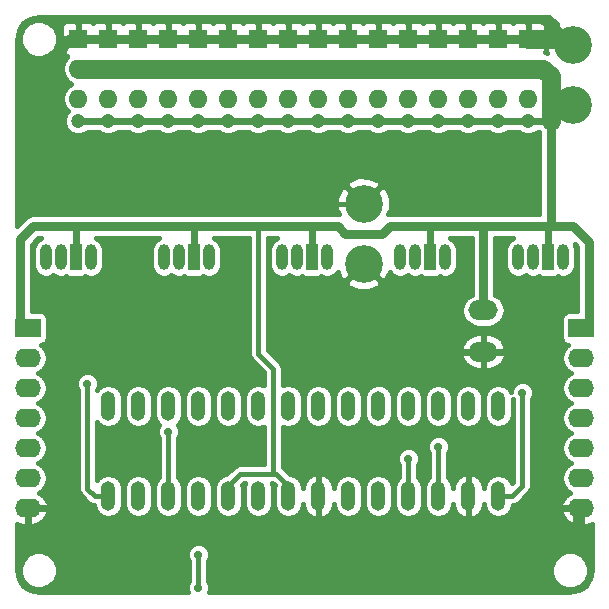
<source format=gbr>
G04 #@! TF.FileFunction,Copper,L2,Bot,Signal*
%FSLAX46Y46*%
G04 Gerber Fmt 4.6, Leading zero omitted, Abs format (unit mm)*
G04 Created by KiCad (PCBNEW (2015-01-16 BZR 5376)-product) date 29.3.2015 17:27:47*
%MOMM*%
G01*
G04 APERTURE LIST*
%ADD10C,0.100000*%
%ADD11R,1.600000X1.600000*%
%ADD12O,1.600000X1.600000*%
%ADD13O,2.200000X1.600000*%
%ADD14R,2.200000X1.600000*%
%ADD15C,3.200000*%
%ADD16O,1.250000X2.500000*%
%ADD17O,1.000000X2.200000*%
%ADD18R,1.000000X2.200000*%
%ADD19O,2.500000X1.700000*%
%ADD20C,1.200000*%
%ADD21C,0.700000*%
%ADD22C,0.600000*%
%ADD23C,0.800000*%
%ADD24C,0.400000*%
%ADD25C,1.600000*%
G04 APERTURE END LIST*
D10*
D11*
X248960000Y-66480000D03*
D12*
X248960000Y-69020000D03*
X248960000Y-71560000D03*
D11*
X246420000Y-66480000D03*
D12*
X246420000Y-69020000D03*
X246420000Y-71560000D03*
D11*
X243880000Y-66480000D03*
D12*
X243880000Y-69020000D03*
X243880000Y-71560000D03*
D11*
X241340000Y-66480000D03*
D12*
X241340000Y-69020000D03*
X241340000Y-71560000D03*
D11*
X238800000Y-66480000D03*
D12*
X238800000Y-69020000D03*
X238800000Y-71560000D03*
D11*
X236260000Y-66480000D03*
D12*
X236260000Y-69020000D03*
X236260000Y-71560000D03*
D11*
X233720000Y-66480000D03*
D12*
X233720000Y-69020000D03*
X233720000Y-71560000D03*
D11*
X231180000Y-66480000D03*
D12*
X231180000Y-69020000D03*
X231180000Y-71560000D03*
D11*
X228640000Y-66480000D03*
D12*
X228640000Y-69020000D03*
X228640000Y-71560000D03*
D11*
X226100000Y-66480000D03*
D12*
X226100000Y-69020000D03*
X226100000Y-71560000D03*
D11*
X223560000Y-66480000D03*
D12*
X223560000Y-69020000D03*
X223560000Y-71560000D03*
D11*
X221020000Y-66480000D03*
D12*
X221020000Y-69020000D03*
X221020000Y-71560000D03*
D11*
X218480000Y-66480000D03*
D12*
X218480000Y-69020000D03*
X218480000Y-71560000D03*
D11*
X215940000Y-66480000D03*
D12*
X215940000Y-69020000D03*
X215940000Y-71560000D03*
D11*
X213400000Y-66480000D03*
D12*
X213400000Y-69020000D03*
X213400000Y-71560000D03*
D11*
X210860000Y-66480000D03*
D12*
X210860000Y-69020000D03*
X210860000Y-71560000D03*
D13*
X253430000Y-106240000D03*
D14*
X253430000Y-91000000D03*
D13*
X253430000Y-93540000D03*
X253430000Y-96080000D03*
X253430000Y-98620000D03*
X253430000Y-101160000D03*
X253430000Y-103700000D03*
X206570000Y-106240000D03*
D14*
X206570000Y-91000000D03*
D13*
X206570000Y-93540000D03*
X206570000Y-96080000D03*
X206570000Y-98620000D03*
X206570000Y-101160000D03*
X206570000Y-103700000D03*
D15*
X235000000Y-85540000D03*
X235000000Y-80460000D03*
X252770000Y-72068000D03*
X252770000Y-66988000D03*
D16*
X246420000Y-97595000D03*
X243880000Y-97595000D03*
X241340000Y-97595000D03*
X238800000Y-97595000D03*
X236260000Y-97595000D03*
X233720000Y-97595000D03*
X231180000Y-97595000D03*
X228640000Y-97595000D03*
X226100000Y-97595000D03*
X223560000Y-97595000D03*
X221020000Y-97595000D03*
X218480000Y-97595000D03*
X215940000Y-97595000D03*
X213400000Y-97595000D03*
X213400000Y-105215000D03*
X215940000Y-105215000D03*
X218480000Y-105215000D03*
X221020000Y-105215000D03*
X223560000Y-105215000D03*
X226100000Y-105215000D03*
X228640000Y-105215000D03*
X231180000Y-105215000D03*
X233720000Y-105215000D03*
X236260000Y-105215000D03*
X238800000Y-105215000D03*
X241340000Y-105215000D03*
X243880000Y-105215000D03*
X246420000Y-105215000D03*
D17*
X209365000Y-85000000D03*
X208095000Y-85000000D03*
D18*
X210635000Y-85000000D03*
D17*
X211905000Y-85000000D03*
X219365000Y-85000000D03*
X218095000Y-85000000D03*
D18*
X220635000Y-85000000D03*
D17*
X221905000Y-85000000D03*
X229365000Y-85000000D03*
X228095000Y-85000000D03*
D18*
X230635000Y-85000000D03*
D17*
X231905000Y-85000000D03*
X239365000Y-85000000D03*
X238095000Y-85000000D03*
D18*
X240635000Y-85000000D03*
D17*
X241905000Y-85000000D03*
X249365000Y-85000000D03*
X248095000Y-85000000D03*
D18*
X250635000Y-85000000D03*
D17*
X251905000Y-85000000D03*
D19*
X245150000Y-89495000D03*
X245150000Y-92995000D03*
D20*
X248960000Y-73465000D03*
X246420000Y-73465000D03*
X243880000Y-73465000D03*
X241340000Y-73465000D03*
X238800000Y-73465000D03*
X236260000Y-73465000D03*
X233720000Y-73465000D03*
X231180000Y-73465000D03*
X228640000Y-73465000D03*
X226100000Y-73465000D03*
X223560000Y-73465000D03*
X221020000Y-73465000D03*
X218480000Y-73465000D03*
X215940000Y-73465000D03*
X213400000Y-73465000D03*
X210860000Y-73465000D03*
X232958000Y-108390000D03*
D21*
X248452000Y-96452000D03*
X211622000Y-95690000D03*
X218480000Y-99754000D03*
X221020000Y-112962000D03*
X221020000Y-110168000D03*
X238800000Y-102040000D03*
X241340000Y-101024000D03*
D22*
X230635000Y-82355000D02*
X230545000Y-82355000D01*
D23*
X210860000Y-82355000D02*
X221020000Y-82355000D01*
X221020000Y-82355000D02*
X226100000Y-82355000D01*
X226100000Y-82355000D02*
X230545000Y-82355000D01*
X237200000Y-82355000D02*
X240705000Y-82355000D01*
X236600000Y-83000000D02*
X237200000Y-82355000D01*
X233400000Y-83000000D02*
X236600000Y-83000000D01*
X232800000Y-82355000D02*
X233400000Y-83000000D01*
X230545000Y-82355000D02*
X232800000Y-82355000D01*
D22*
X250635000Y-82355000D02*
X250865000Y-82355000D01*
D23*
X250865000Y-82355000D02*
X249595000Y-82355000D01*
D22*
X240635000Y-82355000D02*
X240705000Y-82355000D01*
D23*
X240705000Y-82355000D02*
X245150000Y-82355000D01*
X245150000Y-82355000D02*
X249595000Y-82355000D01*
D24*
X226100000Y-93150000D02*
X226100000Y-82355000D01*
D22*
X220635000Y-82355000D02*
X221020000Y-82355000D01*
X230635000Y-85000000D02*
X230635000Y-82355000D01*
D24*
X227370000Y-103310000D02*
X227370000Y-94420000D01*
X227370000Y-94420000D02*
X226100000Y-93150000D01*
X228640000Y-105215000D02*
X228640000Y-104326000D01*
X228640000Y-104326000D02*
X227624000Y-103310000D01*
X224576000Y-103310000D02*
X223560000Y-104326000D01*
X227624000Y-103310000D02*
X227370000Y-103310000D01*
X227370000Y-103310000D02*
X224576000Y-103310000D01*
X223560000Y-104326000D02*
X223560000Y-105215000D01*
D23*
X245150000Y-89495000D02*
X245150000Y-82355000D01*
D25*
X252770000Y-72068000D02*
X250865000Y-72068000D01*
X250865000Y-72068000D02*
X250992000Y-72068000D01*
X250992000Y-72068000D02*
X250865000Y-72068000D01*
X252770000Y-72068000D02*
X252262000Y-72068000D01*
X250865000Y-73465000D02*
X250865000Y-72068000D01*
X250865000Y-72068000D02*
X250865000Y-69655000D01*
X250865000Y-69655000D02*
X250230000Y-69020000D01*
X250230000Y-69020000D02*
X248960000Y-69020000D01*
D23*
X250865000Y-82355000D02*
X250865000Y-73465000D01*
D22*
X250635000Y-85000000D02*
X250635000Y-82355000D01*
D23*
X252770000Y-82355000D02*
X250865000Y-82355000D01*
X254100000Y-83685000D02*
X252770000Y-82355000D01*
X254100000Y-90800000D02*
X254100000Y-83685000D01*
D22*
X210635000Y-85000000D02*
X210635000Y-82355000D01*
X220635000Y-85000000D02*
X220635000Y-82355000D01*
X240635000Y-85000000D02*
X240635000Y-82355000D01*
X248960000Y-73465000D02*
X250865000Y-73465000D01*
X250865000Y-73465000D02*
X250865000Y-73465000D01*
X248960000Y-73465000D02*
X246420000Y-73465000D01*
X246420000Y-73465000D02*
X243880000Y-73465000D01*
X243880000Y-73465000D02*
X241340000Y-73465000D01*
X241340000Y-73465000D02*
X238800000Y-73465000D01*
X238800000Y-73465000D02*
X236260000Y-73465000D01*
X236260000Y-73465000D02*
X233720000Y-73465000D01*
X233720000Y-73465000D02*
X231180000Y-73465000D01*
X231180000Y-73465000D02*
X228640000Y-73465000D01*
X228640000Y-73465000D02*
X226100000Y-73465000D01*
X226100000Y-73465000D02*
X223560000Y-73465000D01*
X223560000Y-73465000D02*
X221020000Y-73465000D01*
X221020000Y-73465000D02*
X218480000Y-73465000D01*
X218480000Y-73465000D02*
X215940000Y-73465000D01*
X215940000Y-73465000D02*
X213400000Y-73465000D01*
X210860000Y-73465000D02*
X213400000Y-73465000D01*
D25*
X246420000Y-69020000D02*
X248960000Y-69020000D01*
X243880000Y-69020000D02*
X246420000Y-69020000D01*
X241340000Y-69020000D02*
X243880000Y-69020000D01*
X238800000Y-69020000D02*
X241340000Y-69020000D01*
X236260000Y-69020000D02*
X238800000Y-69020000D01*
X233720000Y-69020000D02*
X236260000Y-69020000D01*
X231180000Y-69020000D02*
X233720000Y-69020000D01*
X228640000Y-69020000D02*
X231180000Y-69020000D01*
X226100000Y-69020000D02*
X228640000Y-69020000D01*
X223560000Y-69020000D02*
X226100000Y-69020000D01*
X221020000Y-69020000D02*
X223560000Y-69020000D01*
X218480000Y-69020000D02*
X221020000Y-69020000D01*
X215940000Y-69020000D02*
X218480000Y-69020000D01*
X213400000Y-69020000D02*
X215940000Y-69020000D01*
X210860000Y-69020000D02*
X213400000Y-69020000D01*
D23*
X205930630Y-83474370D02*
X207050000Y-82355000D01*
X207050000Y-82355000D02*
X210860000Y-82355000D01*
X205900000Y-90300000D02*
X205900000Y-86685000D01*
X205900000Y-86685000D02*
X205900000Y-83505000D01*
X206270000Y-91000000D02*
X205900000Y-90300000D01*
X209955000Y-66480000D02*
X210860000Y-66480000D01*
D22*
X207050000Y-69385000D02*
X209056600Y-68766000D01*
X209056600Y-68766000D02*
X209955000Y-66480000D01*
D24*
X207050000Y-79815000D02*
X207050000Y-69385000D01*
X207685000Y-80450000D02*
X207050000Y-79815000D01*
X234990000Y-80450000D02*
X207685000Y-80450000D01*
X243880000Y-105215000D02*
X243880000Y-102294000D01*
X245150000Y-101024000D02*
X245150000Y-92995000D01*
X243880000Y-102294000D02*
X245150000Y-101024000D01*
X207000000Y-106240000D02*
X209726000Y-106240000D01*
X232958000Y-110930000D02*
X232958000Y-108390000D01*
X232450000Y-111438000D02*
X232958000Y-110930000D01*
X223560000Y-111438000D02*
X232450000Y-111438000D01*
X222290000Y-110168000D02*
X223560000Y-111438000D01*
X222290000Y-109152000D02*
X222290000Y-110168000D01*
X221782000Y-108644000D02*
X222290000Y-109152000D01*
X212130000Y-108644000D02*
X221782000Y-108644000D01*
X209726000Y-106240000D02*
X212130000Y-108644000D01*
X243880000Y-105215000D02*
X243880000Y-108390000D01*
D22*
X207000000Y-106240000D02*
X207186000Y-106240000D01*
X253000000Y-108160000D02*
X253000000Y-106240000D01*
X252770000Y-108390000D02*
X253000000Y-108160000D01*
X232958000Y-108390000D02*
X243880000Y-108390000D01*
X243880000Y-108390000D02*
X252770000Y-108390000D01*
D25*
X248960000Y-66480000D02*
X252262000Y-66480000D01*
X252262000Y-66480000D02*
X252770000Y-66988000D01*
D23*
X246420000Y-66480000D02*
X248960000Y-66480000D01*
X243880000Y-66480000D02*
X246420000Y-66480000D01*
X241340000Y-66480000D02*
X243880000Y-66480000D01*
X238800000Y-66480000D02*
X241340000Y-66480000D01*
X236260000Y-66480000D02*
X238800000Y-66480000D01*
X233720000Y-66480000D02*
X236260000Y-66480000D01*
X231180000Y-66480000D02*
X233720000Y-66480000D01*
X228640000Y-66480000D02*
X231180000Y-66480000D01*
X226100000Y-66480000D02*
X228640000Y-66480000D01*
X223560000Y-66480000D02*
X226100000Y-66480000D01*
X221020000Y-66480000D02*
X223560000Y-66480000D01*
X218480000Y-66480000D02*
X221020000Y-66480000D01*
X215940000Y-66480000D02*
X218480000Y-66480000D01*
X213400000Y-66480000D02*
X215940000Y-66480000D01*
X210860000Y-66480000D02*
X213400000Y-66480000D01*
D24*
X242455000Y-92995000D02*
X235000000Y-85540000D01*
X245150000Y-92995000D02*
X243090000Y-92995000D01*
X243090000Y-92995000D02*
X242455000Y-92995000D01*
X246420000Y-105215000D02*
X247563000Y-105215000D01*
X247563000Y-105215000D02*
X248452000Y-104326000D01*
X248452000Y-104326000D02*
X248452000Y-96452000D01*
X213400000Y-105215000D02*
X212257000Y-105215000D01*
X211622000Y-104580000D02*
X211622000Y-95690000D01*
X212257000Y-105215000D02*
X211622000Y-104580000D01*
X218480000Y-105215000D02*
X218480000Y-99754000D01*
X221020000Y-110168000D02*
X221020000Y-112962000D01*
X238800000Y-105215000D02*
X238800000Y-102040000D01*
X241340000Y-101024000D02*
X241340000Y-105215000D01*
G36*
X252890208Y-67002142D02*
X252784142Y-67108208D01*
X252770000Y-67094066D01*
X252755857Y-67108208D01*
X252649791Y-67002142D01*
X252663934Y-66988000D01*
X251183419Y-65507485D01*
X250829693Y-65670990D01*
X250473392Y-66513765D01*
X250466729Y-67428738D01*
X250571918Y-67688012D01*
X250365663Y-67646985D01*
X250460000Y-67419239D01*
X250460000Y-66730000D01*
X250460000Y-66230000D01*
X250460000Y-65540761D01*
X250353431Y-65283482D01*
X250156518Y-65086568D01*
X249899238Y-64980000D01*
X249620761Y-64980000D01*
X249210000Y-64980000D01*
X249035000Y-65155000D01*
X249035000Y-66405000D01*
X250285000Y-66405000D01*
X250460000Y-66230000D01*
X250460000Y-66730000D01*
X250285000Y-66555000D01*
X249035000Y-66555000D01*
X249035000Y-66575000D01*
X248885000Y-66575000D01*
X248885000Y-66555000D01*
X248885000Y-66405000D01*
X248885000Y-65155000D01*
X248710000Y-64980000D01*
X248299239Y-64980000D01*
X248020762Y-64980000D01*
X247763482Y-65086568D01*
X247690000Y-65160050D01*
X247616518Y-65086568D01*
X247359238Y-64980000D01*
X247080761Y-64980000D01*
X246670000Y-64980000D01*
X246495000Y-65155000D01*
X246495000Y-66405000D01*
X247635000Y-66405000D01*
X247745000Y-66405000D01*
X248885000Y-66405000D01*
X248885000Y-66555000D01*
X247745000Y-66555000D01*
X247635000Y-66555000D01*
X246495000Y-66555000D01*
X246495000Y-66575000D01*
X246345000Y-66575000D01*
X246345000Y-66555000D01*
X246345000Y-66405000D01*
X246345000Y-65155000D01*
X246170000Y-64980000D01*
X245759239Y-64980000D01*
X245480762Y-64980000D01*
X245223482Y-65086568D01*
X245150000Y-65160050D01*
X245076518Y-65086568D01*
X244819238Y-64980000D01*
X244540761Y-64980000D01*
X244130000Y-64980000D01*
X243955000Y-65155000D01*
X243955000Y-66405000D01*
X245095000Y-66405000D01*
X245205000Y-66405000D01*
X246345000Y-66405000D01*
X246345000Y-66555000D01*
X245205000Y-66555000D01*
X245095000Y-66555000D01*
X243955000Y-66555000D01*
X243955000Y-66575000D01*
X243805000Y-66575000D01*
X243805000Y-66555000D01*
X243805000Y-66405000D01*
X243805000Y-65155000D01*
X243630000Y-64980000D01*
X243219239Y-64980000D01*
X242940762Y-64980000D01*
X242683482Y-65086568D01*
X242610000Y-65160050D01*
X242536518Y-65086568D01*
X242279238Y-64980000D01*
X242000761Y-64980000D01*
X241590000Y-64980000D01*
X241415000Y-65155000D01*
X241415000Y-66405000D01*
X242555000Y-66405000D01*
X242665000Y-66405000D01*
X243805000Y-66405000D01*
X243805000Y-66555000D01*
X242665000Y-66555000D01*
X242555000Y-66555000D01*
X241415000Y-66555000D01*
X241415000Y-66575000D01*
X241265000Y-66575000D01*
X241265000Y-66555000D01*
X241265000Y-66405000D01*
X241265000Y-65155000D01*
X241090000Y-64980000D01*
X240679239Y-64980000D01*
X240400762Y-64980000D01*
X240143482Y-65086568D01*
X240070000Y-65160050D01*
X239996518Y-65086568D01*
X239739238Y-64980000D01*
X239460761Y-64980000D01*
X239050000Y-64980000D01*
X238875000Y-65155000D01*
X238875000Y-66405000D01*
X240015000Y-66405000D01*
X240125000Y-66405000D01*
X241265000Y-66405000D01*
X241265000Y-66555000D01*
X240125000Y-66555000D01*
X240015000Y-66555000D01*
X238875000Y-66555000D01*
X238875000Y-66575000D01*
X238725000Y-66575000D01*
X238725000Y-66555000D01*
X238725000Y-66405000D01*
X238725000Y-65155000D01*
X238550000Y-64980000D01*
X238139239Y-64980000D01*
X237860762Y-64980000D01*
X237603482Y-65086568D01*
X237530000Y-65160050D01*
X237456518Y-65086568D01*
X237199238Y-64980000D01*
X236920761Y-64980000D01*
X236510000Y-64980000D01*
X236335000Y-65155000D01*
X236335000Y-66405000D01*
X237475000Y-66405000D01*
X237585000Y-66405000D01*
X238725000Y-66405000D01*
X238725000Y-66555000D01*
X237585000Y-66555000D01*
X237475000Y-66555000D01*
X236335000Y-66555000D01*
X236335000Y-66575000D01*
X236185000Y-66575000D01*
X236185000Y-66555000D01*
X236185000Y-66405000D01*
X236185000Y-65155000D01*
X236010000Y-64980000D01*
X235599239Y-64980000D01*
X235320762Y-64980000D01*
X235063482Y-65086568D01*
X234990000Y-65160050D01*
X234916518Y-65086568D01*
X234659238Y-64980000D01*
X234380761Y-64980000D01*
X233970000Y-64980000D01*
X233795000Y-65155000D01*
X233795000Y-66405000D01*
X234935000Y-66405000D01*
X235045000Y-66405000D01*
X236185000Y-66405000D01*
X236185000Y-66555000D01*
X235045000Y-66555000D01*
X234935000Y-66555000D01*
X233795000Y-66555000D01*
X233795000Y-66575000D01*
X233645000Y-66575000D01*
X233645000Y-66555000D01*
X233645000Y-66405000D01*
X233645000Y-65155000D01*
X233470000Y-64980000D01*
X233059239Y-64980000D01*
X232780762Y-64980000D01*
X232523482Y-65086568D01*
X232450000Y-65160050D01*
X232376518Y-65086568D01*
X232119238Y-64980000D01*
X231840761Y-64980000D01*
X231430000Y-64980000D01*
X231255000Y-65155000D01*
X231255000Y-66405000D01*
X232395000Y-66405000D01*
X232505000Y-66405000D01*
X233645000Y-66405000D01*
X233645000Y-66555000D01*
X232505000Y-66555000D01*
X232395000Y-66555000D01*
X231255000Y-66555000D01*
X231255000Y-66575000D01*
X231105000Y-66575000D01*
X231105000Y-66555000D01*
X231105000Y-66405000D01*
X231105000Y-65155000D01*
X230930000Y-64980000D01*
X230519239Y-64980000D01*
X230240762Y-64980000D01*
X229983482Y-65086568D01*
X229910000Y-65160050D01*
X229836518Y-65086568D01*
X229579238Y-64980000D01*
X229300761Y-64980000D01*
X228890000Y-64980000D01*
X228715000Y-65155000D01*
X228715000Y-66405000D01*
X229855000Y-66405000D01*
X229965000Y-66405000D01*
X231105000Y-66405000D01*
X231105000Y-66555000D01*
X229965000Y-66555000D01*
X229855000Y-66555000D01*
X228715000Y-66555000D01*
X228715000Y-66575000D01*
X228565000Y-66575000D01*
X228565000Y-66555000D01*
X228565000Y-66405000D01*
X228565000Y-65155000D01*
X228390000Y-64980000D01*
X227979239Y-64980000D01*
X227700762Y-64980000D01*
X227443482Y-65086568D01*
X227370000Y-65160050D01*
X227296518Y-65086568D01*
X227039238Y-64980000D01*
X226760761Y-64980000D01*
X226350000Y-64980000D01*
X226175000Y-65155000D01*
X226175000Y-66405000D01*
X227315000Y-66405000D01*
X227425000Y-66405000D01*
X228565000Y-66405000D01*
X228565000Y-66555000D01*
X227425000Y-66555000D01*
X227315000Y-66555000D01*
X226175000Y-66555000D01*
X226175000Y-66575000D01*
X226025000Y-66575000D01*
X226025000Y-66555000D01*
X226025000Y-66405000D01*
X226025000Y-65155000D01*
X225850000Y-64980000D01*
X225439239Y-64980000D01*
X225160762Y-64980000D01*
X224903482Y-65086568D01*
X224830000Y-65160050D01*
X224756518Y-65086568D01*
X224499238Y-64980000D01*
X224220761Y-64980000D01*
X223810000Y-64980000D01*
X223635000Y-65155000D01*
X223635000Y-66405000D01*
X224775000Y-66405000D01*
X224885000Y-66405000D01*
X226025000Y-66405000D01*
X226025000Y-66555000D01*
X224885000Y-66555000D01*
X224775000Y-66555000D01*
X223635000Y-66555000D01*
X223635000Y-66575000D01*
X223485000Y-66575000D01*
X223485000Y-66555000D01*
X223485000Y-66405000D01*
X223485000Y-65155000D01*
X223310000Y-64980000D01*
X222899239Y-64980000D01*
X222620762Y-64980000D01*
X222363482Y-65086568D01*
X222290000Y-65160050D01*
X222216518Y-65086568D01*
X221959238Y-64980000D01*
X221680761Y-64980000D01*
X221270000Y-64980000D01*
X221095000Y-65155000D01*
X221095000Y-66405000D01*
X222235000Y-66405000D01*
X222345000Y-66405000D01*
X223485000Y-66405000D01*
X223485000Y-66555000D01*
X222345000Y-66555000D01*
X222235000Y-66555000D01*
X221095000Y-66555000D01*
X221095000Y-66575000D01*
X220945000Y-66575000D01*
X220945000Y-66555000D01*
X220945000Y-66405000D01*
X220945000Y-65155000D01*
X220770000Y-64980000D01*
X220359239Y-64980000D01*
X220080762Y-64980000D01*
X219823482Y-65086568D01*
X219750000Y-65160050D01*
X219676518Y-65086568D01*
X219419238Y-64980000D01*
X219140761Y-64980000D01*
X218730000Y-64980000D01*
X218555000Y-65155000D01*
X218555000Y-66405000D01*
X219695000Y-66405000D01*
X219805000Y-66405000D01*
X220945000Y-66405000D01*
X220945000Y-66555000D01*
X219805000Y-66555000D01*
X219695000Y-66555000D01*
X218555000Y-66555000D01*
X218555000Y-66575000D01*
X218405000Y-66575000D01*
X218405000Y-66555000D01*
X218405000Y-66405000D01*
X218405000Y-65155000D01*
X218230000Y-64980000D01*
X217819239Y-64980000D01*
X217540762Y-64980000D01*
X217283482Y-65086568D01*
X217210000Y-65160050D01*
X217136518Y-65086568D01*
X216879238Y-64980000D01*
X216600761Y-64980000D01*
X216190000Y-64980000D01*
X216015000Y-65155000D01*
X216015000Y-66405000D01*
X217155000Y-66405000D01*
X217265000Y-66405000D01*
X218405000Y-66405000D01*
X218405000Y-66555000D01*
X217265000Y-66555000D01*
X217155000Y-66555000D01*
X216015000Y-66555000D01*
X216015000Y-66575000D01*
X215865000Y-66575000D01*
X215865000Y-66555000D01*
X215865000Y-66405000D01*
X215865000Y-65155000D01*
X215690000Y-64980000D01*
X215279239Y-64980000D01*
X215000762Y-64980000D01*
X214743482Y-65086568D01*
X214670000Y-65160050D01*
X214596518Y-65086568D01*
X214339238Y-64980000D01*
X214060761Y-64980000D01*
X213650000Y-64980000D01*
X213475000Y-65155000D01*
X213475000Y-66405000D01*
X214615000Y-66405000D01*
X214725000Y-66405000D01*
X215865000Y-66405000D01*
X215865000Y-66555000D01*
X214725000Y-66555000D01*
X214615000Y-66555000D01*
X213475000Y-66555000D01*
X213475000Y-66575000D01*
X213325000Y-66575000D01*
X213325000Y-66555000D01*
X213325000Y-66405000D01*
X213325000Y-65155000D01*
X213150000Y-64980000D01*
X212739239Y-64980000D01*
X212460762Y-64980000D01*
X212203482Y-65086568D01*
X212130000Y-65160050D01*
X212056518Y-65086568D01*
X211799238Y-64980000D01*
X211520761Y-64980000D01*
X211110000Y-64980000D01*
X210935000Y-65155000D01*
X210935000Y-66405000D01*
X212075000Y-66405000D01*
X212185000Y-66405000D01*
X213325000Y-66405000D01*
X213325000Y-66555000D01*
X212185000Y-66555000D01*
X212075000Y-66555000D01*
X210935000Y-66555000D01*
X210935000Y-66575000D01*
X210785000Y-66575000D01*
X210785000Y-66555000D01*
X210785000Y-66405000D01*
X210785000Y-65155000D01*
X210610000Y-64980000D01*
X210199239Y-64980000D01*
X209920762Y-64980000D01*
X209663482Y-65086568D01*
X209466569Y-65283482D01*
X209360000Y-65540761D01*
X209360000Y-66230000D01*
X209535000Y-66405000D01*
X210785000Y-66405000D01*
X210785000Y-66555000D01*
X209535000Y-66555000D01*
X209360000Y-66730000D01*
X209360000Y-67419239D01*
X209466569Y-67676518D01*
X209663482Y-67873432D01*
X209910358Y-67975690D01*
X209870051Y-68002623D01*
X209566569Y-68456815D01*
X209460000Y-68992572D01*
X209460000Y-69020000D01*
X209460000Y-69047428D01*
X209566569Y-69583185D01*
X209870051Y-70037377D01*
X210248127Y-70290000D01*
X209870051Y-70542623D01*
X209566569Y-70996815D01*
X209460000Y-71532572D01*
X209460000Y-71587428D01*
X209566569Y-72123185D01*
X209870051Y-72577377D01*
X209978227Y-72649658D01*
X209843283Y-72784367D01*
X209660209Y-73225258D01*
X209659793Y-73702647D01*
X209842097Y-74143857D01*
X210179367Y-74481717D01*
X210620258Y-74664791D01*
X211097647Y-74665207D01*
X211538857Y-74482903D01*
X211656966Y-74365000D01*
X212602853Y-74365000D01*
X212719367Y-74481717D01*
X213160258Y-74664791D01*
X213637647Y-74665207D01*
X214078857Y-74482903D01*
X214196966Y-74365000D01*
X215142853Y-74365000D01*
X215259367Y-74481717D01*
X215700258Y-74664791D01*
X216177647Y-74665207D01*
X216618857Y-74482903D01*
X216736966Y-74365000D01*
X217682853Y-74365000D01*
X217799367Y-74481717D01*
X218240258Y-74664791D01*
X218717647Y-74665207D01*
X219158857Y-74482903D01*
X219276966Y-74365000D01*
X220222853Y-74365000D01*
X220339367Y-74481717D01*
X220780258Y-74664791D01*
X221257647Y-74665207D01*
X221698857Y-74482903D01*
X221816966Y-74365000D01*
X222762853Y-74365000D01*
X222879367Y-74481717D01*
X223320258Y-74664791D01*
X223797647Y-74665207D01*
X224238857Y-74482903D01*
X224356966Y-74365000D01*
X225302853Y-74365000D01*
X225419367Y-74481717D01*
X225860258Y-74664791D01*
X226337647Y-74665207D01*
X226778857Y-74482903D01*
X226896966Y-74365000D01*
X227842853Y-74365000D01*
X227959367Y-74481717D01*
X228400258Y-74664791D01*
X228877647Y-74665207D01*
X229318857Y-74482903D01*
X229436966Y-74365000D01*
X230382853Y-74365000D01*
X230499367Y-74481717D01*
X230940258Y-74664791D01*
X231417647Y-74665207D01*
X231858857Y-74482903D01*
X231976966Y-74365000D01*
X232922853Y-74365000D01*
X233039367Y-74481717D01*
X233480258Y-74664791D01*
X233957647Y-74665207D01*
X234398857Y-74482903D01*
X234516966Y-74365000D01*
X235462853Y-74365000D01*
X235579367Y-74481717D01*
X236020258Y-74664791D01*
X236497647Y-74665207D01*
X236938857Y-74482903D01*
X237056966Y-74365000D01*
X238002853Y-74365000D01*
X238119367Y-74481717D01*
X238560258Y-74664791D01*
X239037647Y-74665207D01*
X239478857Y-74482903D01*
X239596966Y-74365000D01*
X240542853Y-74365000D01*
X240659367Y-74481717D01*
X241100258Y-74664791D01*
X241577647Y-74665207D01*
X242018857Y-74482903D01*
X242136966Y-74365000D01*
X243082853Y-74365000D01*
X243199367Y-74481717D01*
X243640258Y-74664791D01*
X244117647Y-74665207D01*
X244558857Y-74482903D01*
X244676966Y-74365000D01*
X245622853Y-74365000D01*
X245739367Y-74481717D01*
X246180258Y-74664791D01*
X246657647Y-74665207D01*
X247098857Y-74482903D01*
X247216966Y-74365000D01*
X248162853Y-74365000D01*
X248279367Y-74481717D01*
X248720258Y-74664791D01*
X249197647Y-74665207D01*
X249638857Y-74482903D01*
X249756966Y-74365000D01*
X249814948Y-74365000D01*
X249865000Y-74439906D01*
X249865000Y-81355000D01*
X249595000Y-81355000D01*
X245150000Y-81355000D01*
X240705000Y-81355000D01*
X237200000Y-81355000D01*
X237181999Y-81358580D01*
X237163879Y-81355652D01*
X237113391Y-81367605D01*
X237296608Y-80934235D01*
X237303271Y-80019262D01*
X236959282Y-79171388D01*
X236940307Y-79142990D01*
X236586581Y-78979485D01*
X236480515Y-79085551D01*
X236480515Y-78873419D01*
X236317010Y-78519693D01*
X235474235Y-78163392D01*
X234559262Y-78156729D01*
X233711388Y-78500718D01*
X233682990Y-78519693D01*
X233519485Y-78873419D01*
X235000000Y-80353934D01*
X236480515Y-78873419D01*
X236480515Y-79085551D01*
X235106066Y-80460000D01*
X235120208Y-80474142D01*
X235014142Y-80580208D01*
X235000000Y-80566066D01*
X234985857Y-80580208D01*
X234879791Y-80474142D01*
X234893934Y-80460000D01*
X233413419Y-78979485D01*
X233059693Y-79142990D01*
X232703392Y-79985765D01*
X232696729Y-80900738D01*
X232886090Y-81367482D01*
X232836121Y-81355652D01*
X232818000Y-81358580D01*
X232800000Y-81355000D01*
X230545000Y-81355000D01*
X226100000Y-81355000D01*
X221020000Y-81355000D01*
X210860000Y-81355000D01*
X209100277Y-81355000D01*
X209100277Y-66183137D01*
X208857205Y-65594857D01*
X208407511Y-65144377D01*
X207819656Y-64900278D01*
X207183137Y-64899723D01*
X206594857Y-65142795D01*
X206144377Y-65592489D01*
X205900278Y-66180344D01*
X205899723Y-66816863D01*
X206142795Y-67405143D01*
X206592489Y-67855623D01*
X207180344Y-68099722D01*
X207816863Y-68100277D01*
X208405143Y-67857205D01*
X208855623Y-67407511D01*
X209099722Y-66819656D01*
X209100277Y-66183137D01*
X209100277Y-81355000D01*
X207050000Y-81355000D01*
X206667317Y-81431120D01*
X206342893Y-81647893D01*
X205650000Y-82340786D01*
X205650000Y-66564017D01*
X205802587Y-65796909D01*
X206200856Y-65200856D01*
X206796909Y-64802587D01*
X207564017Y-64650000D01*
X250713854Y-64650000D01*
X251372829Y-65221111D01*
X251289485Y-65401419D01*
X252770000Y-66881934D01*
X252784142Y-66867791D01*
X252890208Y-66973857D01*
X252876066Y-66988000D01*
X252890208Y-67002142D01*
X252890208Y-67002142D01*
G37*
X252890208Y-67002142D02*
X252784142Y-67108208D01*
X252770000Y-67094066D01*
X252755857Y-67108208D01*
X252649791Y-67002142D01*
X252663934Y-66988000D01*
X251183419Y-65507485D01*
X250829693Y-65670990D01*
X250473392Y-66513765D01*
X250466729Y-67428738D01*
X250571918Y-67688012D01*
X250365663Y-67646985D01*
X250460000Y-67419239D01*
X250460000Y-66730000D01*
X250460000Y-66230000D01*
X250460000Y-65540761D01*
X250353431Y-65283482D01*
X250156518Y-65086568D01*
X249899238Y-64980000D01*
X249620761Y-64980000D01*
X249210000Y-64980000D01*
X249035000Y-65155000D01*
X249035000Y-66405000D01*
X250285000Y-66405000D01*
X250460000Y-66230000D01*
X250460000Y-66730000D01*
X250285000Y-66555000D01*
X249035000Y-66555000D01*
X249035000Y-66575000D01*
X248885000Y-66575000D01*
X248885000Y-66555000D01*
X248885000Y-66405000D01*
X248885000Y-65155000D01*
X248710000Y-64980000D01*
X248299239Y-64980000D01*
X248020762Y-64980000D01*
X247763482Y-65086568D01*
X247690000Y-65160050D01*
X247616518Y-65086568D01*
X247359238Y-64980000D01*
X247080761Y-64980000D01*
X246670000Y-64980000D01*
X246495000Y-65155000D01*
X246495000Y-66405000D01*
X247635000Y-66405000D01*
X247745000Y-66405000D01*
X248885000Y-66405000D01*
X248885000Y-66555000D01*
X247745000Y-66555000D01*
X247635000Y-66555000D01*
X246495000Y-66555000D01*
X246495000Y-66575000D01*
X246345000Y-66575000D01*
X246345000Y-66555000D01*
X246345000Y-66405000D01*
X246345000Y-65155000D01*
X246170000Y-64980000D01*
X245759239Y-64980000D01*
X245480762Y-64980000D01*
X245223482Y-65086568D01*
X245150000Y-65160050D01*
X245076518Y-65086568D01*
X244819238Y-64980000D01*
X244540761Y-64980000D01*
X244130000Y-64980000D01*
X243955000Y-65155000D01*
X243955000Y-66405000D01*
X245095000Y-66405000D01*
X245205000Y-66405000D01*
X246345000Y-66405000D01*
X246345000Y-66555000D01*
X245205000Y-66555000D01*
X245095000Y-66555000D01*
X243955000Y-66555000D01*
X243955000Y-66575000D01*
X243805000Y-66575000D01*
X243805000Y-66555000D01*
X243805000Y-66405000D01*
X243805000Y-65155000D01*
X243630000Y-64980000D01*
X243219239Y-64980000D01*
X242940762Y-64980000D01*
X242683482Y-65086568D01*
X242610000Y-65160050D01*
X242536518Y-65086568D01*
X242279238Y-64980000D01*
X242000761Y-64980000D01*
X241590000Y-64980000D01*
X241415000Y-65155000D01*
X241415000Y-66405000D01*
X242555000Y-66405000D01*
X242665000Y-66405000D01*
X243805000Y-66405000D01*
X243805000Y-66555000D01*
X242665000Y-66555000D01*
X242555000Y-66555000D01*
X241415000Y-66555000D01*
X241415000Y-66575000D01*
X241265000Y-66575000D01*
X241265000Y-66555000D01*
X241265000Y-66405000D01*
X241265000Y-65155000D01*
X241090000Y-64980000D01*
X240679239Y-64980000D01*
X240400762Y-64980000D01*
X240143482Y-65086568D01*
X240070000Y-65160050D01*
X239996518Y-65086568D01*
X239739238Y-64980000D01*
X239460761Y-64980000D01*
X239050000Y-64980000D01*
X238875000Y-65155000D01*
X238875000Y-66405000D01*
X240015000Y-66405000D01*
X240125000Y-66405000D01*
X241265000Y-66405000D01*
X241265000Y-66555000D01*
X240125000Y-66555000D01*
X240015000Y-66555000D01*
X238875000Y-66555000D01*
X238875000Y-66575000D01*
X238725000Y-66575000D01*
X238725000Y-66555000D01*
X238725000Y-66405000D01*
X238725000Y-65155000D01*
X238550000Y-64980000D01*
X238139239Y-64980000D01*
X237860762Y-64980000D01*
X237603482Y-65086568D01*
X237530000Y-65160050D01*
X237456518Y-65086568D01*
X237199238Y-64980000D01*
X236920761Y-64980000D01*
X236510000Y-64980000D01*
X236335000Y-65155000D01*
X236335000Y-66405000D01*
X237475000Y-66405000D01*
X237585000Y-66405000D01*
X238725000Y-66405000D01*
X238725000Y-66555000D01*
X237585000Y-66555000D01*
X237475000Y-66555000D01*
X236335000Y-66555000D01*
X236335000Y-66575000D01*
X236185000Y-66575000D01*
X236185000Y-66555000D01*
X236185000Y-66405000D01*
X236185000Y-65155000D01*
X236010000Y-64980000D01*
X235599239Y-64980000D01*
X235320762Y-64980000D01*
X235063482Y-65086568D01*
X234990000Y-65160050D01*
X234916518Y-65086568D01*
X234659238Y-64980000D01*
X234380761Y-64980000D01*
X233970000Y-64980000D01*
X233795000Y-65155000D01*
X233795000Y-66405000D01*
X234935000Y-66405000D01*
X235045000Y-66405000D01*
X236185000Y-66405000D01*
X236185000Y-66555000D01*
X235045000Y-66555000D01*
X234935000Y-66555000D01*
X233795000Y-66555000D01*
X233795000Y-66575000D01*
X233645000Y-66575000D01*
X233645000Y-66555000D01*
X233645000Y-66405000D01*
X233645000Y-65155000D01*
X233470000Y-64980000D01*
X233059239Y-64980000D01*
X232780762Y-64980000D01*
X232523482Y-65086568D01*
X232450000Y-65160050D01*
X232376518Y-65086568D01*
X232119238Y-64980000D01*
X231840761Y-64980000D01*
X231430000Y-64980000D01*
X231255000Y-65155000D01*
X231255000Y-66405000D01*
X232395000Y-66405000D01*
X232505000Y-66405000D01*
X233645000Y-66405000D01*
X233645000Y-66555000D01*
X232505000Y-66555000D01*
X232395000Y-66555000D01*
X231255000Y-66555000D01*
X231255000Y-66575000D01*
X231105000Y-66575000D01*
X231105000Y-66555000D01*
X231105000Y-66405000D01*
X231105000Y-65155000D01*
X230930000Y-64980000D01*
X230519239Y-64980000D01*
X230240762Y-64980000D01*
X229983482Y-65086568D01*
X229910000Y-65160050D01*
X229836518Y-65086568D01*
X229579238Y-64980000D01*
X229300761Y-64980000D01*
X228890000Y-64980000D01*
X228715000Y-65155000D01*
X228715000Y-66405000D01*
X229855000Y-66405000D01*
X229965000Y-66405000D01*
X231105000Y-66405000D01*
X231105000Y-66555000D01*
X229965000Y-66555000D01*
X229855000Y-66555000D01*
X228715000Y-66555000D01*
X228715000Y-66575000D01*
X228565000Y-66575000D01*
X228565000Y-66555000D01*
X228565000Y-66405000D01*
X228565000Y-65155000D01*
X228390000Y-64980000D01*
X227979239Y-64980000D01*
X227700762Y-64980000D01*
X227443482Y-65086568D01*
X227370000Y-65160050D01*
X227296518Y-65086568D01*
X227039238Y-64980000D01*
X226760761Y-64980000D01*
X226350000Y-64980000D01*
X226175000Y-65155000D01*
X226175000Y-66405000D01*
X227315000Y-66405000D01*
X227425000Y-66405000D01*
X228565000Y-66405000D01*
X228565000Y-66555000D01*
X227425000Y-66555000D01*
X227315000Y-66555000D01*
X226175000Y-66555000D01*
X226175000Y-66575000D01*
X226025000Y-66575000D01*
X226025000Y-66555000D01*
X226025000Y-66405000D01*
X226025000Y-65155000D01*
X225850000Y-64980000D01*
X225439239Y-64980000D01*
X225160762Y-64980000D01*
X224903482Y-65086568D01*
X224830000Y-65160050D01*
X224756518Y-65086568D01*
X224499238Y-64980000D01*
X224220761Y-64980000D01*
X223810000Y-64980000D01*
X223635000Y-65155000D01*
X223635000Y-66405000D01*
X224775000Y-66405000D01*
X224885000Y-66405000D01*
X226025000Y-66405000D01*
X226025000Y-66555000D01*
X224885000Y-66555000D01*
X224775000Y-66555000D01*
X223635000Y-66555000D01*
X223635000Y-66575000D01*
X223485000Y-66575000D01*
X223485000Y-66555000D01*
X223485000Y-66405000D01*
X223485000Y-65155000D01*
X223310000Y-64980000D01*
X222899239Y-64980000D01*
X222620762Y-64980000D01*
X222363482Y-65086568D01*
X222290000Y-65160050D01*
X222216518Y-65086568D01*
X221959238Y-64980000D01*
X221680761Y-64980000D01*
X221270000Y-64980000D01*
X221095000Y-65155000D01*
X221095000Y-66405000D01*
X222235000Y-66405000D01*
X222345000Y-66405000D01*
X223485000Y-66405000D01*
X223485000Y-66555000D01*
X222345000Y-66555000D01*
X222235000Y-66555000D01*
X221095000Y-66555000D01*
X221095000Y-66575000D01*
X220945000Y-66575000D01*
X220945000Y-66555000D01*
X220945000Y-66405000D01*
X220945000Y-65155000D01*
X220770000Y-64980000D01*
X220359239Y-64980000D01*
X220080762Y-64980000D01*
X219823482Y-65086568D01*
X219750000Y-65160050D01*
X219676518Y-65086568D01*
X219419238Y-64980000D01*
X219140761Y-64980000D01*
X218730000Y-64980000D01*
X218555000Y-65155000D01*
X218555000Y-66405000D01*
X219695000Y-66405000D01*
X219805000Y-66405000D01*
X220945000Y-66405000D01*
X220945000Y-66555000D01*
X219805000Y-66555000D01*
X219695000Y-66555000D01*
X218555000Y-66555000D01*
X218555000Y-66575000D01*
X218405000Y-66575000D01*
X218405000Y-66555000D01*
X218405000Y-66405000D01*
X218405000Y-65155000D01*
X218230000Y-64980000D01*
X217819239Y-64980000D01*
X217540762Y-64980000D01*
X217283482Y-65086568D01*
X217210000Y-65160050D01*
X217136518Y-65086568D01*
X216879238Y-64980000D01*
X216600761Y-64980000D01*
X216190000Y-64980000D01*
X216015000Y-65155000D01*
X216015000Y-66405000D01*
X217155000Y-66405000D01*
X217265000Y-66405000D01*
X218405000Y-66405000D01*
X218405000Y-66555000D01*
X217265000Y-66555000D01*
X217155000Y-66555000D01*
X216015000Y-66555000D01*
X216015000Y-66575000D01*
X215865000Y-66575000D01*
X215865000Y-66555000D01*
X215865000Y-66405000D01*
X215865000Y-65155000D01*
X215690000Y-64980000D01*
X215279239Y-64980000D01*
X215000762Y-64980000D01*
X214743482Y-65086568D01*
X214670000Y-65160050D01*
X214596518Y-65086568D01*
X214339238Y-64980000D01*
X214060761Y-64980000D01*
X213650000Y-64980000D01*
X213475000Y-65155000D01*
X213475000Y-66405000D01*
X214615000Y-66405000D01*
X214725000Y-66405000D01*
X215865000Y-66405000D01*
X215865000Y-66555000D01*
X214725000Y-66555000D01*
X214615000Y-66555000D01*
X213475000Y-66555000D01*
X213475000Y-66575000D01*
X213325000Y-66575000D01*
X213325000Y-66555000D01*
X213325000Y-66405000D01*
X213325000Y-65155000D01*
X213150000Y-64980000D01*
X212739239Y-64980000D01*
X212460762Y-64980000D01*
X212203482Y-65086568D01*
X212130000Y-65160050D01*
X212056518Y-65086568D01*
X211799238Y-64980000D01*
X211520761Y-64980000D01*
X211110000Y-64980000D01*
X210935000Y-65155000D01*
X210935000Y-66405000D01*
X212075000Y-66405000D01*
X212185000Y-66405000D01*
X213325000Y-66405000D01*
X213325000Y-66555000D01*
X212185000Y-66555000D01*
X212075000Y-66555000D01*
X210935000Y-66555000D01*
X210935000Y-66575000D01*
X210785000Y-66575000D01*
X210785000Y-66555000D01*
X210785000Y-66405000D01*
X210785000Y-65155000D01*
X210610000Y-64980000D01*
X210199239Y-64980000D01*
X209920762Y-64980000D01*
X209663482Y-65086568D01*
X209466569Y-65283482D01*
X209360000Y-65540761D01*
X209360000Y-66230000D01*
X209535000Y-66405000D01*
X210785000Y-66405000D01*
X210785000Y-66555000D01*
X209535000Y-66555000D01*
X209360000Y-66730000D01*
X209360000Y-67419239D01*
X209466569Y-67676518D01*
X209663482Y-67873432D01*
X209910358Y-67975690D01*
X209870051Y-68002623D01*
X209566569Y-68456815D01*
X209460000Y-68992572D01*
X209460000Y-69020000D01*
X209460000Y-69047428D01*
X209566569Y-69583185D01*
X209870051Y-70037377D01*
X210248127Y-70290000D01*
X209870051Y-70542623D01*
X209566569Y-70996815D01*
X209460000Y-71532572D01*
X209460000Y-71587428D01*
X209566569Y-72123185D01*
X209870051Y-72577377D01*
X209978227Y-72649658D01*
X209843283Y-72784367D01*
X209660209Y-73225258D01*
X209659793Y-73702647D01*
X209842097Y-74143857D01*
X210179367Y-74481717D01*
X210620258Y-74664791D01*
X211097647Y-74665207D01*
X211538857Y-74482903D01*
X211656966Y-74365000D01*
X212602853Y-74365000D01*
X212719367Y-74481717D01*
X213160258Y-74664791D01*
X213637647Y-74665207D01*
X214078857Y-74482903D01*
X214196966Y-74365000D01*
X215142853Y-74365000D01*
X215259367Y-74481717D01*
X215700258Y-74664791D01*
X216177647Y-74665207D01*
X216618857Y-74482903D01*
X216736966Y-74365000D01*
X217682853Y-74365000D01*
X217799367Y-74481717D01*
X218240258Y-74664791D01*
X218717647Y-74665207D01*
X219158857Y-74482903D01*
X219276966Y-74365000D01*
X220222853Y-74365000D01*
X220339367Y-74481717D01*
X220780258Y-74664791D01*
X221257647Y-74665207D01*
X221698857Y-74482903D01*
X221816966Y-74365000D01*
X222762853Y-74365000D01*
X222879367Y-74481717D01*
X223320258Y-74664791D01*
X223797647Y-74665207D01*
X224238857Y-74482903D01*
X224356966Y-74365000D01*
X225302853Y-74365000D01*
X225419367Y-74481717D01*
X225860258Y-74664791D01*
X226337647Y-74665207D01*
X226778857Y-74482903D01*
X226896966Y-74365000D01*
X227842853Y-74365000D01*
X227959367Y-74481717D01*
X228400258Y-74664791D01*
X228877647Y-74665207D01*
X229318857Y-74482903D01*
X229436966Y-74365000D01*
X230382853Y-74365000D01*
X230499367Y-74481717D01*
X230940258Y-74664791D01*
X231417647Y-74665207D01*
X231858857Y-74482903D01*
X231976966Y-74365000D01*
X232922853Y-74365000D01*
X233039367Y-74481717D01*
X233480258Y-74664791D01*
X233957647Y-74665207D01*
X234398857Y-74482903D01*
X234516966Y-74365000D01*
X235462853Y-74365000D01*
X235579367Y-74481717D01*
X236020258Y-74664791D01*
X236497647Y-74665207D01*
X236938857Y-74482903D01*
X237056966Y-74365000D01*
X238002853Y-74365000D01*
X238119367Y-74481717D01*
X238560258Y-74664791D01*
X239037647Y-74665207D01*
X239478857Y-74482903D01*
X239596966Y-74365000D01*
X240542853Y-74365000D01*
X240659367Y-74481717D01*
X241100258Y-74664791D01*
X241577647Y-74665207D01*
X242018857Y-74482903D01*
X242136966Y-74365000D01*
X243082853Y-74365000D01*
X243199367Y-74481717D01*
X243640258Y-74664791D01*
X244117647Y-74665207D01*
X244558857Y-74482903D01*
X244676966Y-74365000D01*
X245622853Y-74365000D01*
X245739367Y-74481717D01*
X246180258Y-74664791D01*
X246657647Y-74665207D01*
X247098857Y-74482903D01*
X247216966Y-74365000D01*
X248162853Y-74365000D01*
X248279367Y-74481717D01*
X248720258Y-74664791D01*
X249197647Y-74665207D01*
X249638857Y-74482903D01*
X249756966Y-74365000D01*
X249814948Y-74365000D01*
X249865000Y-74439906D01*
X249865000Y-81355000D01*
X249595000Y-81355000D01*
X245150000Y-81355000D01*
X240705000Y-81355000D01*
X237200000Y-81355000D01*
X237181999Y-81358580D01*
X237163879Y-81355652D01*
X237113391Y-81367605D01*
X237296608Y-80934235D01*
X237303271Y-80019262D01*
X236959282Y-79171388D01*
X236940307Y-79142990D01*
X236586581Y-78979485D01*
X236480515Y-79085551D01*
X236480515Y-78873419D01*
X236317010Y-78519693D01*
X235474235Y-78163392D01*
X234559262Y-78156729D01*
X233711388Y-78500718D01*
X233682990Y-78519693D01*
X233519485Y-78873419D01*
X235000000Y-80353934D01*
X236480515Y-78873419D01*
X236480515Y-79085551D01*
X235106066Y-80460000D01*
X235120208Y-80474142D01*
X235014142Y-80580208D01*
X235000000Y-80566066D01*
X234985857Y-80580208D01*
X234879791Y-80474142D01*
X234893934Y-80460000D01*
X233413419Y-78979485D01*
X233059693Y-79142990D01*
X232703392Y-79985765D01*
X232696729Y-80900738D01*
X232886090Y-81367482D01*
X232836121Y-81355652D01*
X232818000Y-81358580D01*
X232800000Y-81355000D01*
X230545000Y-81355000D01*
X226100000Y-81355000D01*
X221020000Y-81355000D01*
X210860000Y-81355000D01*
X209100277Y-81355000D01*
X209100277Y-66183137D01*
X208857205Y-65594857D01*
X208407511Y-65144377D01*
X207819656Y-64900278D01*
X207183137Y-64899723D01*
X206594857Y-65142795D01*
X206144377Y-65592489D01*
X205900278Y-66180344D01*
X205899723Y-66816863D01*
X206142795Y-67405143D01*
X206592489Y-67855623D01*
X207180344Y-68099722D01*
X207816863Y-68100277D01*
X208405143Y-67857205D01*
X208855623Y-67407511D01*
X209099722Y-66819656D01*
X209100277Y-66183137D01*
X209100277Y-81355000D01*
X207050000Y-81355000D01*
X206667317Y-81431120D01*
X206342893Y-81647893D01*
X205650000Y-82340786D01*
X205650000Y-66564017D01*
X205802587Y-65796909D01*
X206200856Y-65200856D01*
X206796909Y-64802587D01*
X207564017Y-64650000D01*
X250713854Y-64650000D01*
X251372829Y-65221111D01*
X251289485Y-65401419D01*
X252770000Y-66881934D01*
X252784142Y-66867791D01*
X252890208Y-66973857D01*
X252876066Y-66988000D01*
X252890208Y-67002142D01*
G36*
X254350000Y-111435982D02*
X254197412Y-112203090D01*
X254100277Y-112348463D01*
X254100277Y-111183137D01*
X253857205Y-110594857D01*
X253407511Y-110144377D01*
X253355000Y-110122572D01*
X253355000Y-107740000D01*
X253355000Y-106315000D01*
X251807124Y-106315000D01*
X251662053Y-106548435D01*
X251715480Y-106744734D01*
X252016307Y-107247627D01*
X252486684Y-107597118D01*
X253055000Y-107740000D01*
X253355000Y-107740000D01*
X253355000Y-110122572D01*
X252819656Y-109900278D01*
X252183137Y-109899723D01*
X251594857Y-110142795D01*
X251144377Y-110592489D01*
X250900278Y-111180344D01*
X250899723Y-111816863D01*
X251142795Y-112405143D01*
X251592489Y-112855623D01*
X252180344Y-113099722D01*
X252816863Y-113100277D01*
X253405143Y-112857205D01*
X253855623Y-112407511D01*
X254099722Y-111819656D01*
X254100277Y-111183137D01*
X254100277Y-112348463D01*
X253799143Y-112799143D01*
X253203090Y-113197412D01*
X252435982Y-113350000D01*
X249402165Y-113350000D01*
X249402165Y-96263862D01*
X249257841Y-95914571D01*
X248990835Y-95647098D01*
X248641796Y-95502165D01*
X248263862Y-95501835D01*
X247914571Y-95646159D01*
X247647098Y-95913165D01*
X247502165Y-96262204D01*
X247502052Y-96390588D01*
X247286206Y-96067550D01*
X247067391Y-95921342D01*
X247067391Y-93311266D01*
X247067391Y-92678734D01*
X247010714Y-92471131D01*
X246699048Y-91952017D01*
X246212450Y-91591688D01*
X245625000Y-91445000D01*
X245225000Y-91445000D01*
X245225000Y-92920000D01*
X246922953Y-92920000D01*
X247067391Y-92678734D01*
X247067391Y-93311266D01*
X246922953Y-93070000D01*
X245225000Y-93070000D01*
X245225000Y-94545000D01*
X245625000Y-94545000D01*
X246212450Y-94398312D01*
X246699048Y-94037983D01*
X247010714Y-93518869D01*
X247067391Y-93311266D01*
X247067391Y-95921342D01*
X246888787Y-95802004D01*
X246420000Y-95708756D01*
X245951213Y-95802004D01*
X245553794Y-96067550D01*
X245288248Y-96464969D01*
X245195000Y-96933756D01*
X245195000Y-98256244D01*
X245288248Y-98725031D01*
X245553794Y-99122450D01*
X245951213Y-99387996D01*
X246420000Y-99481244D01*
X246888787Y-99387996D01*
X247286206Y-99122450D01*
X247551752Y-98725031D01*
X247645000Y-98256244D01*
X247645000Y-96986624D01*
X247646159Y-96989429D01*
X247652000Y-96995280D01*
X247652000Y-103994629D01*
X247553395Y-104093233D01*
X247551752Y-104084969D01*
X247286206Y-103687550D01*
X246888787Y-103422004D01*
X246420000Y-103328756D01*
X245951213Y-103422004D01*
X245553794Y-103687550D01*
X245288248Y-104084969D01*
X245203705Y-104509990D01*
X245105000Y-104128041D01*
X245105000Y-98256244D01*
X245105000Y-96933756D01*
X245075000Y-96782936D01*
X245075000Y-94545000D01*
X245075000Y-93070000D01*
X245075000Y-92920000D01*
X245075000Y-91445000D01*
X244675000Y-91445000D01*
X244087550Y-91591688D01*
X243600952Y-91952017D01*
X243289286Y-92471131D01*
X243232609Y-92678734D01*
X243377047Y-92920000D01*
X245075000Y-92920000D01*
X245075000Y-93070000D01*
X243377047Y-93070000D01*
X243232609Y-93311266D01*
X243289286Y-93518869D01*
X243600952Y-94037983D01*
X244087550Y-94398312D01*
X244675000Y-94545000D01*
X245075000Y-94545000D01*
X245075000Y-96782936D01*
X245011752Y-96464969D01*
X244746206Y-96067550D01*
X244348787Y-95802004D01*
X243880000Y-95708756D01*
X243411213Y-95802004D01*
X243013794Y-96067550D01*
X242748248Y-96464969D01*
X242655000Y-96933756D01*
X242655000Y-98256244D01*
X242748248Y-98725031D01*
X243013794Y-99122450D01*
X243411213Y-99387996D01*
X243880000Y-99481244D01*
X244348787Y-99387996D01*
X244746206Y-99122450D01*
X245011752Y-98725031D01*
X245105000Y-98256244D01*
X245105000Y-104128041D01*
X245075439Y-104013653D01*
X244763883Y-103600050D01*
X244317764Y-103337158D01*
X244161020Y-103295143D01*
X243955000Y-103442448D01*
X243955000Y-105140000D01*
X243975000Y-105140000D01*
X243975000Y-105290000D01*
X243955000Y-105290000D01*
X243955000Y-106987552D01*
X244161020Y-107134857D01*
X244317764Y-107092842D01*
X244763883Y-106829950D01*
X245075439Y-106416347D01*
X245203705Y-105920009D01*
X245288248Y-106345031D01*
X245553794Y-106742450D01*
X245951213Y-107007996D01*
X246420000Y-107101244D01*
X246888787Y-107007996D01*
X247286206Y-106742450D01*
X247551752Y-106345031D01*
X247619640Y-106003733D01*
X247869147Y-105954104D01*
X248128685Y-105780685D01*
X249017685Y-104891685D01*
X249017686Y-104891685D01*
X249191104Y-104632147D01*
X249252000Y-104326000D01*
X249252000Y-96995728D01*
X249256902Y-96990835D01*
X249401835Y-96641796D01*
X249402165Y-96263862D01*
X249402165Y-113350000D01*
X243805000Y-113350000D01*
X243805000Y-106987552D01*
X243805000Y-105290000D01*
X243785000Y-105290000D01*
X243785000Y-105140000D01*
X243805000Y-105140000D01*
X243805000Y-103442448D01*
X243598980Y-103295143D01*
X243442236Y-103337158D01*
X242996117Y-103600050D01*
X242684561Y-104013653D01*
X242565000Y-104476301D01*
X242565000Y-98256244D01*
X242565000Y-96933756D01*
X242471752Y-96464969D01*
X242206206Y-96067550D01*
X241808787Y-95802004D01*
X241340000Y-95708756D01*
X240871213Y-95802004D01*
X240473794Y-96067550D01*
X240208248Y-96464969D01*
X240115000Y-96933756D01*
X240115000Y-98256244D01*
X240208248Y-98725031D01*
X240473794Y-99122450D01*
X240871213Y-99387996D01*
X241340000Y-99481244D01*
X241808787Y-99387996D01*
X242206206Y-99122450D01*
X242471752Y-98725031D01*
X242565000Y-98256244D01*
X242565000Y-104476301D01*
X242556294Y-104509990D01*
X242471752Y-104084969D01*
X242206206Y-103687550D01*
X242140000Y-103643312D01*
X242140000Y-101567728D01*
X242144902Y-101562835D01*
X242289835Y-101213796D01*
X242290165Y-100835862D01*
X242145841Y-100486571D01*
X241878835Y-100219098D01*
X241529796Y-100074165D01*
X241151862Y-100073835D01*
X240802571Y-100218159D01*
X240535098Y-100485165D01*
X240390165Y-100834204D01*
X240389835Y-101212138D01*
X240534159Y-101561429D01*
X240540000Y-101567280D01*
X240540000Y-103643312D01*
X240473794Y-103687550D01*
X240208248Y-104084969D01*
X240115000Y-104553756D01*
X240115000Y-105876244D01*
X240208248Y-106345031D01*
X240473794Y-106742450D01*
X240871213Y-107007996D01*
X241340000Y-107101244D01*
X241808787Y-107007996D01*
X242206206Y-106742450D01*
X242471752Y-106345031D01*
X242556294Y-105920009D01*
X242684561Y-106416347D01*
X242996117Y-106829950D01*
X243442236Y-107092842D01*
X243598980Y-107134857D01*
X243805000Y-106987552D01*
X243805000Y-113350000D01*
X240025000Y-113350000D01*
X240025000Y-105876244D01*
X240025000Y-104553756D01*
X240025000Y-98256244D01*
X240025000Y-96933756D01*
X239931752Y-96464969D01*
X239666206Y-96067550D01*
X239268787Y-95802004D01*
X238800000Y-95708756D01*
X238331213Y-95802004D01*
X237933794Y-96067550D01*
X237668248Y-96464969D01*
X237575000Y-96933756D01*
X237575000Y-98256244D01*
X237668248Y-98725031D01*
X237933794Y-99122450D01*
X238331213Y-99387996D01*
X238800000Y-99481244D01*
X239268787Y-99387996D01*
X239666206Y-99122450D01*
X239931752Y-98725031D01*
X240025000Y-98256244D01*
X240025000Y-104553756D01*
X239931752Y-104084969D01*
X239666206Y-103687550D01*
X239600000Y-103643312D01*
X239600000Y-102583728D01*
X239604902Y-102578835D01*
X239749835Y-102229796D01*
X239750165Y-101851862D01*
X239605841Y-101502571D01*
X239338835Y-101235098D01*
X238989796Y-101090165D01*
X238611862Y-101089835D01*
X238262571Y-101234159D01*
X237995098Y-101501165D01*
X237850165Y-101850204D01*
X237849835Y-102228138D01*
X237994159Y-102577429D01*
X238000000Y-102583280D01*
X238000000Y-103643312D01*
X237933794Y-103687550D01*
X237668248Y-104084969D01*
X237575000Y-104553756D01*
X237575000Y-105876244D01*
X237668248Y-106345031D01*
X237933794Y-106742450D01*
X238331213Y-107007996D01*
X238800000Y-107101244D01*
X239268787Y-107007996D01*
X239666206Y-106742450D01*
X239931752Y-106345031D01*
X240025000Y-105876244D01*
X240025000Y-113350000D01*
X237485000Y-113350000D01*
X237485000Y-105876244D01*
X237485000Y-104553756D01*
X237485000Y-98256244D01*
X237485000Y-96933756D01*
X237391752Y-96464969D01*
X237126206Y-96067550D01*
X236728787Y-95802004D01*
X236480515Y-95752619D01*
X236480515Y-87126581D01*
X235000000Y-85646066D01*
X233519485Y-87126581D01*
X233682990Y-87480307D01*
X234525765Y-87836608D01*
X235440738Y-87843271D01*
X236288612Y-87499282D01*
X236317010Y-87480307D01*
X236480515Y-87126581D01*
X236480515Y-95752619D01*
X236260000Y-95708756D01*
X235791213Y-95802004D01*
X235393794Y-96067550D01*
X235128248Y-96464969D01*
X235035000Y-96933756D01*
X235035000Y-98256244D01*
X235128248Y-98725031D01*
X235393794Y-99122450D01*
X235791213Y-99387996D01*
X236260000Y-99481244D01*
X236728787Y-99387996D01*
X237126206Y-99122450D01*
X237391752Y-98725031D01*
X237485000Y-98256244D01*
X237485000Y-104553756D01*
X237391752Y-104084969D01*
X237126206Y-103687550D01*
X236728787Y-103422004D01*
X236260000Y-103328756D01*
X235791213Y-103422004D01*
X235393794Y-103687550D01*
X235128248Y-104084969D01*
X235035000Y-104553756D01*
X235035000Y-105876244D01*
X235128248Y-106345031D01*
X235393794Y-106742450D01*
X235791213Y-107007996D01*
X236260000Y-107101244D01*
X236728787Y-107007996D01*
X237126206Y-106742450D01*
X237391752Y-106345031D01*
X237485000Y-105876244D01*
X237485000Y-113350000D01*
X234945000Y-113350000D01*
X234945000Y-105876244D01*
X234945000Y-104553756D01*
X234945000Y-98256244D01*
X234945000Y-96933756D01*
X234851752Y-96464969D01*
X234586206Y-96067550D01*
X234188787Y-95802004D01*
X233720000Y-95708756D01*
X233251213Y-95802004D01*
X232853794Y-96067550D01*
X232588248Y-96464969D01*
X232495000Y-96933756D01*
X232495000Y-98256244D01*
X232588248Y-98725031D01*
X232853794Y-99122450D01*
X233251213Y-99387996D01*
X233720000Y-99481244D01*
X234188787Y-99387996D01*
X234586206Y-99122450D01*
X234851752Y-98725031D01*
X234945000Y-98256244D01*
X234945000Y-104553756D01*
X234851752Y-104084969D01*
X234586206Y-103687550D01*
X234188787Y-103422004D01*
X233720000Y-103328756D01*
X233251213Y-103422004D01*
X232853794Y-103687550D01*
X232588248Y-104084969D01*
X232503705Y-104509990D01*
X232405000Y-104128041D01*
X232405000Y-98256244D01*
X232405000Y-96933756D01*
X232311752Y-96464969D01*
X232046206Y-96067550D01*
X231648787Y-95802004D01*
X231180000Y-95708756D01*
X230711213Y-95802004D01*
X230313794Y-96067550D01*
X230048248Y-96464969D01*
X229955000Y-96933756D01*
X229955000Y-98256244D01*
X230048248Y-98725031D01*
X230313794Y-99122450D01*
X230711213Y-99387996D01*
X231180000Y-99481244D01*
X231648787Y-99387996D01*
X232046206Y-99122450D01*
X232311752Y-98725031D01*
X232405000Y-98256244D01*
X232405000Y-104128041D01*
X232375439Y-104013653D01*
X232063883Y-103600050D01*
X231617764Y-103337158D01*
X231461020Y-103295143D01*
X231255000Y-103442448D01*
X231255000Y-105140000D01*
X231275000Y-105140000D01*
X231275000Y-105290000D01*
X231255000Y-105290000D01*
X231255000Y-106987552D01*
X231461020Y-107134857D01*
X231617764Y-107092842D01*
X232063883Y-106829950D01*
X232375439Y-106416347D01*
X232503705Y-105920009D01*
X232588248Y-106345031D01*
X232853794Y-106742450D01*
X233251213Y-107007996D01*
X233720000Y-107101244D01*
X234188787Y-107007996D01*
X234586206Y-106742450D01*
X234851752Y-106345031D01*
X234945000Y-105876244D01*
X234945000Y-113350000D01*
X222245000Y-113350000D01*
X222245000Y-105876244D01*
X222245000Y-104553756D01*
X222245000Y-98256244D01*
X222245000Y-96933756D01*
X222151752Y-96464969D01*
X221886206Y-96067550D01*
X221488787Y-95802004D01*
X221020000Y-95708756D01*
X220551213Y-95802004D01*
X220153794Y-96067550D01*
X219888248Y-96464969D01*
X219795000Y-96933756D01*
X219795000Y-98256244D01*
X219888248Y-98725031D01*
X220153794Y-99122450D01*
X220551213Y-99387996D01*
X221020000Y-99481244D01*
X221488787Y-99387996D01*
X221886206Y-99122450D01*
X222151752Y-98725031D01*
X222245000Y-98256244D01*
X222245000Y-104553756D01*
X222151752Y-104084969D01*
X221886206Y-103687550D01*
X221488787Y-103422004D01*
X221020000Y-103328756D01*
X220551213Y-103422004D01*
X220153794Y-103687550D01*
X219888248Y-104084969D01*
X219795000Y-104553756D01*
X219795000Y-105876244D01*
X219888248Y-106345031D01*
X220153794Y-106742450D01*
X220551213Y-107007996D01*
X221020000Y-107101244D01*
X221488787Y-107007996D01*
X221886206Y-106742450D01*
X222151752Y-106345031D01*
X222245000Y-105876244D01*
X222245000Y-113350000D01*
X221887533Y-113350000D01*
X221969835Y-113151796D01*
X221970165Y-112773862D01*
X221825841Y-112424571D01*
X221820000Y-112418719D01*
X221820000Y-110711728D01*
X221824902Y-110706835D01*
X221969835Y-110357796D01*
X221970165Y-109979862D01*
X221825841Y-109630571D01*
X221558835Y-109363098D01*
X221209796Y-109218165D01*
X220831862Y-109217835D01*
X220482571Y-109362159D01*
X220215098Y-109629165D01*
X220070165Y-109978204D01*
X220069835Y-110356138D01*
X220214159Y-110705429D01*
X220220000Y-110711280D01*
X220220000Y-112418271D01*
X220215098Y-112423165D01*
X220070165Y-112772204D01*
X220069835Y-113150138D01*
X220152416Y-113350000D01*
X219705000Y-113350000D01*
X219705000Y-105876244D01*
X219705000Y-104553756D01*
X219611752Y-104084969D01*
X219346206Y-103687550D01*
X219280000Y-103643312D01*
X219280000Y-100297728D01*
X219284902Y-100292835D01*
X219429835Y-99943796D01*
X219430165Y-99565862D01*
X219285841Y-99216571D01*
X219253632Y-99184305D01*
X219346206Y-99122450D01*
X219611752Y-98725031D01*
X219705000Y-98256244D01*
X219705000Y-96933756D01*
X219611752Y-96464969D01*
X219346206Y-96067550D01*
X218948787Y-95802004D01*
X218480000Y-95708756D01*
X218011213Y-95802004D01*
X217613794Y-96067550D01*
X217348248Y-96464969D01*
X217255000Y-96933756D01*
X217255000Y-98256244D01*
X217348248Y-98725031D01*
X217613794Y-99122450D01*
X217706154Y-99184162D01*
X217675098Y-99215165D01*
X217530165Y-99564204D01*
X217529835Y-99942138D01*
X217674159Y-100291429D01*
X217680000Y-100297280D01*
X217680000Y-103643312D01*
X217613794Y-103687550D01*
X217348248Y-104084969D01*
X217255000Y-104553756D01*
X217255000Y-105876244D01*
X217348248Y-106345031D01*
X217613794Y-106742450D01*
X218011213Y-107007996D01*
X218480000Y-107101244D01*
X218948787Y-107007996D01*
X219346206Y-106742450D01*
X219611752Y-106345031D01*
X219705000Y-105876244D01*
X219705000Y-113350000D01*
X217165000Y-113350000D01*
X217165000Y-105876244D01*
X217165000Y-104553756D01*
X217165000Y-98256244D01*
X217165000Y-96933756D01*
X217071752Y-96464969D01*
X216806206Y-96067550D01*
X216408787Y-95802004D01*
X215940000Y-95708756D01*
X215471213Y-95802004D01*
X215073794Y-96067550D01*
X214808248Y-96464969D01*
X214715000Y-96933756D01*
X214715000Y-98256244D01*
X214808248Y-98725031D01*
X215073794Y-99122450D01*
X215471213Y-99387996D01*
X215940000Y-99481244D01*
X216408787Y-99387996D01*
X216806206Y-99122450D01*
X217071752Y-98725031D01*
X217165000Y-98256244D01*
X217165000Y-104553756D01*
X217071752Y-104084969D01*
X216806206Y-103687550D01*
X216408787Y-103422004D01*
X215940000Y-103328756D01*
X215471213Y-103422004D01*
X215073794Y-103687550D01*
X214808248Y-104084969D01*
X214715000Y-104553756D01*
X214715000Y-105876244D01*
X214808248Y-106345031D01*
X215073794Y-106742450D01*
X215471213Y-107007996D01*
X215940000Y-107101244D01*
X216408787Y-107007996D01*
X216806206Y-106742450D01*
X217071752Y-106345031D01*
X217165000Y-105876244D01*
X217165000Y-113350000D01*
X214625000Y-113350000D01*
X214625000Y-105876244D01*
X214625000Y-104553756D01*
X214531752Y-104084969D01*
X214266206Y-103687550D01*
X213868787Y-103422004D01*
X213400000Y-103328756D01*
X212931213Y-103422004D01*
X212533794Y-103687550D01*
X212422000Y-103854862D01*
X212422000Y-98955137D01*
X212533794Y-99122450D01*
X212931213Y-99387996D01*
X213400000Y-99481244D01*
X213868787Y-99387996D01*
X214266206Y-99122450D01*
X214531752Y-98725031D01*
X214625000Y-98256244D01*
X214625000Y-96933756D01*
X214531752Y-96464969D01*
X214266206Y-96067550D01*
X213868787Y-95802004D01*
X213400000Y-95708756D01*
X212931213Y-95802004D01*
X212533794Y-96067550D01*
X212428338Y-96225376D01*
X212571835Y-95879796D01*
X212572165Y-95501862D01*
X212427841Y-95152571D01*
X212160835Y-94885098D01*
X211811796Y-94740165D01*
X211433862Y-94739835D01*
X211084571Y-94884159D01*
X210817098Y-95151165D01*
X210672165Y-95500204D01*
X210671835Y-95878138D01*
X210816159Y-96227429D01*
X210822000Y-96233280D01*
X210822000Y-104580000D01*
X210882896Y-104886147D01*
X211056315Y-105145685D01*
X211691315Y-105780686D01*
X211950853Y-105954104D01*
X212200359Y-106003733D01*
X212268248Y-106345031D01*
X212533794Y-106742450D01*
X212931213Y-107007996D01*
X213400000Y-107101244D01*
X213868787Y-107007996D01*
X214266206Y-106742450D01*
X214531752Y-106345031D01*
X214625000Y-105876244D01*
X214625000Y-113350000D01*
X209100277Y-113350000D01*
X209100277Y-111183137D01*
X208857205Y-110594857D01*
X208407511Y-110144377D01*
X208337947Y-110115491D01*
X208337947Y-106548435D01*
X208192876Y-106315000D01*
X206645000Y-106315000D01*
X206645000Y-107740000D01*
X206945000Y-107740000D01*
X207513316Y-107597118D01*
X207983693Y-107247627D01*
X208284520Y-106744734D01*
X208337947Y-106548435D01*
X208337947Y-110115491D01*
X207819656Y-109900278D01*
X207183137Y-109899723D01*
X206594857Y-110142795D01*
X206144377Y-110592489D01*
X205900278Y-111180344D01*
X205899723Y-111816863D01*
X206142795Y-112405143D01*
X206592489Y-112855623D01*
X207180344Y-113099722D01*
X207816863Y-113100277D01*
X208405143Y-112857205D01*
X208855623Y-112407511D01*
X209099722Y-111819656D01*
X209100277Y-111183137D01*
X209100277Y-113350000D01*
X207564017Y-113350000D01*
X206796909Y-113197412D01*
X206200856Y-112799143D01*
X205802587Y-112203090D01*
X205650000Y-111435982D01*
X205650000Y-107602979D01*
X206195000Y-107740000D01*
X206495000Y-107740000D01*
X206495000Y-106315000D01*
X206475000Y-106315000D01*
X206475000Y-106165000D01*
X206495000Y-106165000D01*
X206495000Y-106145000D01*
X206645000Y-106145000D01*
X206645000Y-106165000D01*
X208192876Y-106165000D01*
X208337947Y-105931565D01*
X208284520Y-105735266D01*
X207983693Y-105232373D01*
X207556495Y-104914964D01*
X207893254Y-104689949D01*
X208196736Y-104235757D01*
X208303305Y-103700000D01*
X208196736Y-103164243D01*
X207893254Y-102710051D01*
X207474128Y-102430000D01*
X207893254Y-102149949D01*
X208196736Y-101695757D01*
X208303305Y-101160000D01*
X208196736Y-100624243D01*
X207893254Y-100170051D01*
X207474128Y-99890000D01*
X207893254Y-99609949D01*
X208196736Y-99155757D01*
X208303305Y-98620000D01*
X208196736Y-98084243D01*
X207893254Y-97630051D01*
X207474128Y-97350000D01*
X207893254Y-97069949D01*
X208196736Y-96615757D01*
X208303305Y-96080000D01*
X208196736Y-95544243D01*
X207893254Y-95090051D01*
X207474128Y-94810000D01*
X207893254Y-94529949D01*
X208196736Y-94075757D01*
X208303305Y-93540000D01*
X208196736Y-93004243D01*
X207893254Y-92550051D01*
X207682616Y-92409307D01*
X207898778Y-92367366D01*
X208099853Y-92235282D01*
X208234450Y-92035881D01*
X208281755Y-91800000D01*
X208281755Y-90200000D01*
X208237366Y-89971222D01*
X208105282Y-89770147D01*
X207905881Y-89635550D01*
X207670000Y-89588245D01*
X206900000Y-89588245D01*
X206900000Y-86685000D01*
X206900000Y-83919214D01*
X207464213Y-83355000D01*
X207667205Y-83355000D01*
X207317183Y-83588878D01*
X207078733Y-83945743D01*
X206995000Y-84366695D01*
X206995000Y-85633305D01*
X207078733Y-86054257D01*
X207317183Y-86411122D01*
X207674048Y-86649572D01*
X208095000Y-86733305D01*
X208515952Y-86649572D01*
X208730000Y-86506549D01*
X208944048Y-86649572D01*
X209365000Y-86733305D01*
X209785952Y-86649572D01*
X209831746Y-86618973D01*
X209899119Y-86664450D01*
X210135000Y-86711755D01*
X211135000Y-86711755D01*
X211363778Y-86667366D01*
X211437854Y-86618706D01*
X211484048Y-86649572D01*
X211905000Y-86733305D01*
X212325952Y-86649572D01*
X212682817Y-86411122D01*
X212921267Y-86054257D01*
X213005000Y-85633305D01*
X213005000Y-84366695D01*
X212921267Y-83945743D01*
X212682817Y-83588878D01*
X212332794Y-83355000D01*
X217667205Y-83355000D01*
X217317183Y-83588878D01*
X217078733Y-83945743D01*
X216995000Y-84366695D01*
X216995000Y-85633305D01*
X217078733Y-86054257D01*
X217317183Y-86411122D01*
X217674048Y-86649572D01*
X218095000Y-86733305D01*
X218515952Y-86649572D01*
X218730000Y-86506549D01*
X218944048Y-86649572D01*
X219365000Y-86733305D01*
X219785952Y-86649572D01*
X219831746Y-86618973D01*
X219899119Y-86664450D01*
X220135000Y-86711755D01*
X221135000Y-86711755D01*
X221363778Y-86667366D01*
X221437854Y-86618706D01*
X221484048Y-86649572D01*
X221905000Y-86733305D01*
X222325952Y-86649572D01*
X222682817Y-86411122D01*
X222921267Y-86054257D01*
X223005000Y-85633305D01*
X223005000Y-84366695D01*
X222921267Y-83945743D01*
X222682817Y-83588878D01*
X222332794Y-83355000D01*
X225300000Y-83355000D01*
X225300000Y-93150000D01*
X225360896Y-93456147D01*
X225534315Y-93715685D01*
X226570000Y-94751370D01*
X226570000Y-95802814D01*
X226568787Y-95802004D01*
X226100000Y-95708756D01*
X225631213Y-95802004D01*
X225233794Y-96067550D01*
X224968248Y-96464969D01*
X224875000Y-96933756D01*
X224875000Y-98256244D01*
X224968248Y-98725031D01*
X225233794Y-99122450D01*
X225631213Y-99387996D01*
X226100000Y-99481244D01*
X226568787Y-99387996D01*
X226570000Y-99387185D01*
X226570000Y-102510000D01*
X224785000Y-102510000D01*
X224785000Y-98256244D01*
X224785000Y-96933756D01*
X224691752Y-96464969D01*
X224426206Y-96067550D01*
X224028787Y-95802004D01*
X223560000Y-95708756D01*
X223091213Y-95802004D01*
X222693794Y-96067550D01*
X222428248Y-96464969D01*
X222335000Y-96933756D01*
X222335000Y-98256244D01*
X222428248Y-98725031D01*
X222693794Y-99122450D01*
X223091213Y-99387996D01*
X223560000Y-99481244D01*
X224028787Y-99387996D01*
X224426206Y-99122450D01*
X224691752Y-98725031D01*
X224785000Y-98256244D01*
X224785000Y-102510000D01*
X224576000Y-102510000D01*
X224269853Y-102570896D01*
X224010315Y-102744315D01*
X223392569Y-103362060D01*
X223091213Y-103422004D01*
X222693794Y-103687550D01*
X222428248Y-104084969D01*
X222335000Y-104553756D01*
X222335000Y-105876244D01*
X222428248Y-106345031D01*
X222693794Y-106742450D01*
X223091213Y-107007996D01*
X223560000Y-107101244D01*
X224028787Y-107007996D01*
X224426206Y-106742450D01*
X224691752Y-106345031D01*
X224785000Y-105876244D01*
X224785000Y-104553756D01*
X224731678Y-104285691D01*
X224907370Y-104110000D01*
X224963268Y-104110000D01*
X224875000Y-104553756D01*
X224875000Y-105876244D01*
X224968248Y-106345031D01*
X225233794Y-106742450D01*
X225631213Y-107007996D01*
X226100000Y-107101244D01*
X226568787Y-107007996D01*
X226966206Y-106742450D01*
X227231752Y-106345031D01*
X227325000Y-105876244D01*
X227325000Y-104553756D01*
X227236731Y-104110000D01*
X227292630Y-104110000D01*
X227468321Y-104285691D01*
X227415000Y-104553756D01*
X227415000Y-105876244D01*
X227508248Y-106345031D01*
X227773794Y-106742450D01*
X228171213Y-107007996D01*
X228640000Y-107101244D01*
X229108787Y-107007996D01*
X229506206Y-106742450D01*
X229771752Y-106345031D01*
X229856294Y-105920009D01*
X229984561Y-106416347D01*
X230296117Y-106829950D01*
X230742236Y-107092842D01*
X230898980Y-107134857D01*
X231105000Y-106987552D01*
X231105000Y-105290000D01*
X231085000Y-105290000D01*
X231085000Y-105140000D01*
X231105000Y-105140000D01*
X231105000Y-103442448D01*
X230898980Y-103295143D01*
X230742236Y-103337158D01*
X230296117Y-103600050D01*
X229984561Y-104013653D01*
X229856294Y-104509990D01*
X229771752Y-104084969D01*
X229506206Y-103687550D01*
X229108787Y-103422004D01*
X228807430Y-103362060D01*
X228189685Y-102744315D01*
X228170000Y-102731161D01*
X228170000Y-99387185D01*
X228171213Y-99387996D01*
X228640000Y-99481244D01*
X229108787Y-99387996D01*
X229506206Y-99122450D01*
X229771752Y-98725031D01*
X229865000Y-98256244D01*
X229865000Y-96933756D01*
X229771752Y-96464969D01*
X229506206Y-96067550D01*
X229108787Y-95802004D01*
X228640000Y-95708756D01*
X228171213Y-95802004D01*
X228170000Y-95802814D01*
X228170000Y-94420000D01*
X228109104Y-94113853D01*
X227935685Y-93854315D01*
X227935685Y-93854314D01*
X226900000Y-92818629D01*
X226900000Y-83355000D01*
X227667205Y-83355000D01*
X227317183Y-83588878D01*
X227078733Y-83945743D01*
X226995000Y-84366695D01*
X226995000Y-85633305D01*
X227078733Y-86054257D01*
X227317183Y-86411122D01*
X227674048Y-86649572D01*
X228095000Y-86733305D01*
X228515952Y-86649572D01*
X228730000Y-86506549D01*
X228944048Y-86649572D01*
X229365000Y-86733305D01*
X229785952Y-86649572D01*
X229831746Y-86618973D01*
X229899119Y-86664450D01*
X230135000Y-86711755D01*
X231135000Y-86711755D01*
X231363778Y-86667366D01*
X231437854Y-86618706D01*
X231484048Y-86649572D01*
X231905000Y-86733305D01*
X232325952Y-86649572D01*
X232682817Y-86411122D01*
X232800116Y-86235570D01*
X233040718Y-86828612D01*
X233059693Y-86857010D01*
X233413419Y-87020515D01*
X234893934Y-85540000D01*
X234879791Y-85525857D01*
X234985857Y-85419791D01*
X235000000Y-85433934D01*
X235014142Y-85419791D01*
X235120208Y-85525857D01*
X235106066Y-85540000D01*
X236586581Y-87020515D01*
X236940307Y-86857010D01*
X237201812Y-86238458D01*
X237317183Y-86411122D01*
X237674048Y-86649572D01*
X238095000Y-86733305D01*
X238515952Y-86649572D01*
X238730000Y-86506549D01*
X238944048Y-86649572D01*
X239365000Y-86733305D01*
X239785952Y-86649572D01*
X239831746Y-86618973D01*
X239899119Y-86664450D01*
X240135000Y-86711755D01*
X241135000Y-86711755D01*
X241363778Y-86667366D01*
X241437854Y-86618706D01*
X241484048Y-86649572D01*
X241905000Y-86733305D01*
X242325952Y-86649572D01*
X242682817Y-86411122D01*
X242921267Y-86054257D01*
X243005000Y-85633305D01*
X243005000Y-84366695D01*
X242921267Y-83945743D01*
X242682817Y-83588878D01*
X242332794Y-83355000D01*
X244150000Y-83355000D01*
X244150000Y-88161298D01*
X243688451Y-88469695D01*
X243374131Y-88940109D01*
X243263756Y-89495000D01*
X243374131Y-90049891D01*
X243688451Y-90520305D01*
X244158865Y-90834625D01*
X244713756Y-90945000D01*
X245586244Y-90945000D01*
X246141135Y-90834625D01*
X246611549Y-90520305D01*
X246925869Y-90049891D01*
X247036244Y-89495000D01*
X246925869Y-88940109D01*
X246611549Y-88469695D01*
X246150000Y-88161298D01*
X246150000Y-83355000D01*
X247667205Y-83355000D01*
X247317183Y-83588878D01*
X247078733Y-83945743D01*
X246995000Y-84366695D01*
X246995000Y-85633305D01*
X247078733Y-86054257D01*
X247317183Y-86411122D01*
X247674048Y-86649572D01*
X248095000Y-86733305D01*
X248515952Y-86649572D01*
X248730000Y-86506549D01*
X248944048Y-86649572D01*
X249365000Y-86733305D01*
X249785952Y-86649572D01*
X249831746Y-86618973D01*
X249899119Y-86664450D01*
X250135000Y-86711755D01*
X251135000Y-86711755D01*
X251363778Y-86667366D01*
X251437854Y-86618706D01*
X251484048Y-86649572D01*
X251905000Y-86733305D01*
X252325952Y-86649572D01*
X252682817Y-86411122D01*
X252921267Y-86054257D01*
X253005000Y-85633305D01*
X253005000Y-84366695D01*
X252921267Y-83945743D01*
X252870397Y-83869611D01*
X253100000Y-84099214D01*
X253100000Y-89588245D01*
X252330000Y-89588245D01*
X252101222Y-89632634D01*
X251900147Y-89764718D01*
X251765550Y-89964119D01*
X251718245Y-90200000D01*
X251718245Y-91800000D01*
X251762634Y-92028778D01*
X251894718Y-92229853D01*
X252094119Y-92364450D01*
X252317478Y-92409243D01*
X252106746Y-92550051D01*
X251803264Y-93004243D01*
X251696695Y-93540000D01*
X251803264Y-94075757D01*
X252106746Y-94529949D01*
X252525871Y-94810000D01*
X252106746Y-95090051D01*
X251803264Y-95544243D01*
X251696695Y-96080000D01*
X251803264Y-96615757D01*
X252106746Y-97069949D01*
X252525871Y-97350000D01*
X252106746Y-97630051D01*
X251803264Y-98084243D01*
X251696695Y-98620000D01*
X251803264Y-99155757D01*
X252106746Y-99609949D01*
X252525871Y-99890000D01*
X252106746Y-100170051D01*
X251803264Y-100624243D01*
X251696695Y-101160000D01*
X251803264Y-101695757D01*
X252106746Y-102149949D01*
X252525871Y-102430000D01*
X252106746Y-102710051D01*
X251803264Y-103164243D01*
X251696695Y-103700000D01*
X251803264Y-104235757D01*
X252106746Y-104689949D01*
X252443504Y-104914964D01*
X252016307Y-105232373D01*
X251715480Y-105735266D01*
X251662053Y-105931565D01*
X251807124Y-106165000D01*
X253355000Y-106165000D01*
X253355000Y-106145000D01*
X253505000Y-106145000D01*
X253505000Y-106165000D01*
X253525000Y-106165000D01*
X253525000Y-106315000D01*
X253505000Y-106315000D01*
X253505000Y-107740000D01*
X253805000Y-107740000D01*
X254350000Y-107602979D01*
X254350000Y-111435982D01*
X254350000Y-111435982D01*
G37*
X254350000Y-111435982D02*
X254197412Y-112203090D01*
X254100277Y-112348463D01*
X254100277Y-111183137D01*
X253857205Y-110594857D01*
X253407511Y-110144377D01*
X253355000Y-110122572D01*
X253355000Y-107740000D01*
X253355000Y-106315000D01*
X251807124Y-106315000D01*
X251662053Y-106548435D01*
X251715480Y-106744734D01*
X252016307Y-107247627D01*
X252486684Y-107597118D01*
X253055000Y-107740000D01*
X253355000Y-107740000D01*
X253355000Y-110122572D01*
X252819656Y-109900278D01*
X252183137Y-109899723D01*
X251594857Y-110142795D01*
X251144377Y-110592489D01*
X250900278Y-111180344D01*
X250899723Y-111816863D01*
X251142795Y-112405143D01*
X251592489Y-112855623D01*
X252180344Y-113099722D01*
X252816863Y-113100277D01*
X253405143Y-112857205D01*
X253855623Y-112407511D01*
X254099722Y-111819656D01*
X254100277Y-111183137D01*
X254100277Y-112348463D01*
X253799143Y-112799143D01*
X253203090Y-113197412D01*
X252435982Y-113350000D01*
X249402165Y-113350000D01*
X249402165Y-96263862D01*
X249257841Y-95914571D01*
X248990835Y-95647098D01*
X248641796Y-95502165D01*
X248263862Y-95501835D01*
X247914571Y-95646159D01*
X247647098Y-95913165D01*
X247502165Y-96262204D01*
X247502052Y-96390588D01*
X247286206Y-96067550D01*
X247067391Y-95921342D01*
X247067391Y-93311266D01*
X247067391Y-92678734D01*
X247010714Y-92471131D01*
X246699048Y-91952017D01*
X246212450Y-91591688D01*
X245625000Y-91445000D01*
X245225000Y-91445000D01*
X245225000Y-92920000D01*
X246922953Y-92920000D01*
X247067391Y-92678734D01*
X247067391Y-93311266D01*
X246922953Y-93070000D01*
X245225000Y-93070000D01*
X245225000Y-94545000D01*
X245625000Y-94545000D01*
X246212450Y-94398312D01*
X246699048Y-94037983D01*
X247010714Y-93518869D01*
X247067391Y-93311266D01*
X247067391Y-95921342D01*
X246888787Y-95802004D01*
X246420000Y-95708756D01*
X245951213Y-95802004D01*
X245553794Y-96067550D01*
X245288248Y-96464969D01*
X245195000Y-96933756D01*
X245195000Y-98256244D01*
X245288248Y-98725031D01*
X245553794Y-99122450D01*
X245951213Y-99387996D01*
X246420000Y-99481244D01*
X246888787Y-99387996D01*
X247286206Y-99122450D01*
X247551752Y-98725031D01*
X247645000Y-98256244D01*
X247645000Y-96986624D01*
X247646159Y-96989429D01*
X247652000Y-96995280D01*
X247652000Y-103994629D01*
X247553395Y-104093233D01*
X247551752Y-104084969D01*
X247286206Y-103687550D01*
X246888787Y-103422004D01*
X246420000Y-103328756D01*
X245951213Y-103422004D01*
X245553794Y-103687550D01*
X245288248Y-104084969D01*
X245203705Y-104509990D01*
X245105000Y-104128041D01*
X245105000Y-98256244D01*
X245105000Y-96933756D01*
X245075000Y-96782936D01*
X245075000Y-94545000D01*
X245075000Y-93070000D01*
X245075000Y-92920000D01*
X245075000Y-91445000D01*
X244675000Y-91445000D01*
X244087550Y-91591688D01*
X243600952Y-91952017D01*
X243289286Y-92471131D01*
X243232609Y-92678734D01*
X243377047Y-92920000D01*
X245075000Y-92920000D01*
X245075000Y-93070000D01*
X243377047Y-93070000D01*
X243232609Y-93311266D01*
X243289286Y-93518869D01*
X243600952Y-94037983D01*
X244087550Y-94398312D01*
X244675000Y-94545000D01*
X245075000Y-94545000D01*
X245075000Y-96782936D01*
X245011752Y-96464969D01*
X244746206Y-96067550D01*
X244348787Y-95802004D01*
X243880000Y-95708756D01*
X243411213Y-95802004D01*
X243013794Y-96067550D01*
X242748248Y-96464969D01*
X242655000Y-96933756D01*
X242655000Y-98256244D01*
X242748248Y-98725031D01*
X243013794Y-99122450D01*
X243411213Y-99387996D01*
X243880000Y-99481244D01*
X244348787Y-99387996D01*
X244746206Y-99122450D01*
X245011752Y-98725031D01*
X245105000Y-98256244D01*
X245105000Y-104128041D01*
X245075439Y-104013653D01*
X244763883Y-103600050D01*
X244317764Y-103337158D01*
X244161020Y-103295143D01*
X243955000Y-103442448D01*
X243955000Y-105140000D01*
X243975000Y-105140000D01*
X243975000Y-105290000D01*
X243955000Y-105290000D01*
X243955000Y-106987552D01*
X244161020Y-107134857D01*
X244317764Y-107092842D01*
X244763883Y-106829950D01*
X245075439Y-106416347D01*
X245203705Y-105920009D01*
X245288248Y-106345031D01*
X245553794Y-106742450D01*
X245951213Y-107007996D01*
X246420000Y-107101244D01*
X246888787Y-107007996D01*
X247286206Y-106742450D01*
X247551752Y-106345031D01*
X247619640Y-106003733D01*
X247869147Y-105954104D01*
X248128685Y-105780685D01*
X249017685Y-104891685D01*
X249017686Y-104891685D01*
X249191104Y-104632147D01*
X249252000Y-104326000D01*
X249252000Y-96995728D01*
X249256902Y-96990835D01*
X249401835Y-96641796D01*
X249402165Y-96263862D01*
X249402165Y-113350000D01*
X243805000Y-113350000D01*
X243805000Y-106987552D01*
X243805000Y-105290000D01*
X243785000Y-105290000D01*
X243785000Y-105140000D01*
X243805000Y-105140000D01*
X243805000Y-103442448D01*
X243598980Y-103295143D01*
X243442236Y-103337158D01*
X242996117Y-103600050D01*
X242684561Y-104013653D01*
X242565000Y-104476301D01*
X242565000Y-98256244D01*
X242565000Y-96933756D01*
X242471752Y-96464969D01*
X242206206Y-96067550D01*
X241808787Y-95802004D01*
X241340000Y-95708756D01*
X240871213Y-95802004D01*
X240473794Y-96067550D01*
X240208248Y-96464969D01*
X240115000Y-96933756D01*
X240115000Y-98256244D01*
X240208248Y-98725031D01*
X240473794Y-99122450D01*
X240871213Y-99387996D01*
X241340000Y-99481244D01*
X241808787Y-99387996D01*
X242206206Y-99122450D01*
X242471752Y-98725031D01*
X242565000Y-98256244D01*
X242565000Y-104476301D01*
X242556294Y-104509990D01*
X242471752Y-104084969D01*
X242206206Y-103687550D01*
X242140000Y-103643312D01*
X242140000Y-101567728D01*
X242144902Y-101562835D01*
X242289835Y-101213796D01*
X242290165Y-100835862D01*
X242145841Y-100486571D01*
X241878835Y-100219098D01*
X241529796Y-100074165D01*
X241151862Y-100073835D01*
X240802571Y-100218159D01*
X240535098Y-100485165D01*
X240390165Y-100834204D01*
X240389835Y-101212138D01*
X240534159Y-101561429D01*
X240540000Y-101567280D01*
X240540000Y-103643312D01*
X240473794Y-103687550D01*
X240208248Y-104084969D01*
X240115000Y-104553756D01*
X240115000Y-105876244D01*
X240208248Y-106345031D01*
X240473794Y-106742450D01*
X240871213Y-107007996D01*
X241340000Y-107101244D01*
X241808787Y-107007996D01*
X242206206Y-106742450D01*
X242471752Y-106345031D01*
X242556294Y-105920009D01*
X242684561Y-106416347D01*
X242996117Y-106829950D01*
X243442236Y-107092842D01*
X243598980Y-107134857D01*
X243805000Y-106987552D01*
X243805000Y-113350000D01*
X240025000Y-113350000D01*
X240025000Y-105876244D01*
X240025000Y-104553756D01*
X240025000Y-98256244D01*
X240025000Y-96933756D01*
X239931752Y-96464969D01*
X239666206Y-96067550D01*
X239268787Y-95802004D01*
X238800000Y-95708756D01*
X238331213Y-95802004D01*
X237933794Y-96067550D01*
X237668248Y-96464969D01*
X237575000Y-96933756D01*
X237575000Y-98256244D01*
X237668248Y-98725031D01*
X237933794Y-99122450D01*
X238331213Y-99387996D01*
X238800000Y-99481244D01*
X239268787Y-99387996D01*
X239666206Y-99122450D01*
X239931752Y-98725031D01*
X240025000Y-98256244D01*
X240025000Y-104553756D01*
X239931752Y-104084969D01*
X239666206Y-103687550D01*
X239600000Y-103643312D01*
X239600000Y-102583728D01*
X239604902Y-102578835D01*
X239749835Y-102229796D01*
X239750165Y-101851862D01*
X239605841Y-101502571D01*
X239338835Y-101235098D01*
X238989796Y-101090165D01*
X238611862Y-101089835D01*
X238262571Y-101234159D01*
X237995098Y-101501165D01*
X237850165Y-101850204D01*
X237849835Y-102228138D01*
X237994159Y-102577429D01*
X238000000Y-102583280D01*
X238000000Y-103643312D01*
X237933794Y-103687550D01*
X237668248Y-104084969D01*
X237575000Y-104553756D01*
X237575000Y-105876244D01*
X237668248Y-106345031D01*
X237933794Y-106742450D01*
X238331213Y-107007996D01*
X238800000Y-107101244D01*
X239268787Y-107007996D01*
X239666206Y-106742450D01*
X239931752Y-106345031D01*
X240025000Y-105876244D01*
X240025000Y-113350000D01*
X237485000Y-113350000D01*
X237485000Y-105876244D01*
X237485000Y-104553756D01*
X237485000Y-98256244D01*
X237485000Y-96933756D01*
X237391752Y-96464969D01*
X237126206Y-96067550D01*
X236728787Y-95802004D01*
X236480515Y-95752619D01*
X236480515Y-87126581D01*
X235000000Y-85646066D01*
X233519485Y-87126581D01*
X233682990Y-87480307D01*
X234525765Y-87836608D01*
X235440738Y-87843271D01*
X236288612Y-87499282D01*
X236317010Y-87480307D01*
X236480515Y-87126581D01*
X236480515Y-95752619D01*
X236260000Y-95708756D01*
X235791213Y-95802004D01*
X235393794Y-96067550D01*
X235128248Y-96464969D01*
X235035000Y-96933756D01*
X235035000Y-98256244D01*
X235128248Y-98725031D01*
X235393794Y-99122450D01*
X235791213Y-99387996D01*
X236260000Y-99481244D01*
X236728787Y-99387996D01*
X237126206Y-99122450D01*
X237391752Y-98725031D01*
X237485000Y-98256244D01*
X237485000Y-104553756D01*
X237391752Y-104084969D01*
X237126206Y-103687550D01*
X236728787Y-103422004D01*
X236260000Y-103328756D01*
X235791213Y-103422004D01*
X235393794Y-103687550D01*
X235128248Y-104084969D01*
X235035000Y-104553756D01*
X235035000Y-105876244D01*
X235128248Y-106345031D01*
X235393794Y-106742450D01*
X235791213Y-107007996D01*
X236260000Y-107101244D01*
X236728787Y-107007996D01*
X237126206Y-106742450D01*
X237391752Y-106345031D01*
X237485000Y-105876244D01*
X237485000Y-113350000D01*
X234945000Y-113350000D01*
X234945000Y-105876244D01*
X234945000Y-104553756D01*
X234945000Y-98256244D01*
X234945000Y-96933756D01*
X234851752Y-96464969D01*
X234586206Y-96067550D01*
X234188787Y-95802004D01*
X233720000Y-95708756D01*
X233251213Y-95802004D01*
X232853794Y-96067550D01*
X232588248Y-96464969D01*
X232495000Y-96933756D01*
X232495000Y-98256244D01*
X232588248Y-98725031D01*
X232853794Y-99122450D01*
X233251213Y-99387996D01*
X233720000Y-99481244D01*
X234188787Y-99387996D01*
X234586206Y-99122450D01*
X234851752Y-98725031D01*
X234945000Y-98256244D01*
X234945000Y-104553756D01*
X234851752Y-104084969D01*
X234586206Y-103687550D01*
X234188787Y-103422004D01*
X233720000Y-103328756D01*
X233251213Y-103422004D01*
X232853794Y-103687550D01*
X232588248Y-104084969D01*
X232503705Y-104509990D01*
X232405000Y-104128041D01*
X232405000Y-98256244D01*
X232405000Y-96933756D01*
X232311752Y-96464969D01*
X232046206Y-96067550D01*
X231648787Y-95802004D01*
X231180000Y-95708756D01*
X230711213Y-95802004D01*
X230313794Y-96067550D01*
X230048248Y-96464969D01*
X229955000Y-96933756D01*
X229955000Y-98256244D01*
X230048248Y-98725031D01*
X230313794Y-99122450D01*
X230711213Y-99387996D01*
X231180000Y-99481244D01*
X231648787Y-99387996D01*
X232046206Y-99122450D01*
X232311752Y-98725031D01*
X232405000Y-98256244D01*
X232405000Y-104128041D01*
X232375439Y-104013653D01*
X232063883Y-103600050D01*
X231617764Y-103337158D01*
X231461020Y-103295143D01*
X231255000Y-103442448D01*
X231255000Y-105140000D01*
X231275000Y-105140000D01*
X231275000Y-105290000D01*
X231255000Y-105290000D01*
X231255000Y-106987552D01*
X231461020Y-107134857D01*
X231617764Y-107092842D01*
X232063883Y-106829950D01*
X232375439Y-106416347D01*
X232503705Y-105920009D01*
X232588248Y-106345031D01*
X232853794Y-106742450D01*
X233251213Y-107007996D01*
X233720000Y-107101244D01*
X234188787Y-107007996D01*
X234586206Y-106742450D01*
X234851752Y-106345031D01*
X234945000Y-105876244D01*
X234945000Y-113350000D01*
X222245000Y-113350000D01*
X222245000Y-105876244D01*
X222245000Y-104553756D01*
X222245000Y-98256244D01*
X222245000Y-96933756D01*
X222151752Y-96464969D01*
X221886206Y-96067550D01*
X221488787Y-95802004D01*
X221020000Y-95708756D01*
X220551213Y-95802004D01*
X220153794Y-96067550D01*
X219888248Y-96464969D01*
X219795000Y-96933756D01*
X219795000Y-98256244D01*
X219888248Y-98725031D01*
X220153794Y-99122450D01*
X220551213Y-99387996D01*
X221020000Y-99481244D01*
X221488787Y-99387996D01*
X221886206Y-99122450D01*
X222151752Y-98725031D01*
X222245000Y-98256244D01*
X222245000Y-104553756D01*
X222151752Y-104084969D01*
X221886206Y-103687550D01*
X221488787Y-103422004D01*
X221020000Y-103328756D01*
X220551213Y-103422004D01*
X220153794Y-103687550D01*
X219888248Y-104084969D01*
X219795000Y-104553756D01*
X219795000Y-105876244D01*
X219888248Y-106345031D01*
X220153794Y-106742450D01*
X220551213Y-107007996D01*
X221020000Y-107101244D01*
X221488787Y-107007996D01*
X221886206Y-106742450D01*
X222151752Y-106345031D01*
X222245000Y-105876244D01*
X222245000Y-113350000D01*
X221887533Y-113350000D01*
X221969835Y-113151796D01*
X221970165Y-112773862D01*
X221825841Y-112424571D01*
X221820000Y-112418719D01*
X221820000Y-110711728D01*
X221824902Y-110706835D01*
X221969835Y-110357796D01*
X221970165Y-109979862D01*
X221825841Y-109630571D01*
X221558835Y-109363098D01*
X221209796Y-109218165D01*
X220831862Y-109217835D01*
X220482571Y-109362159D01*
X220215098Y-109629165D01*
X220070165Y-109978204D01*
X220069835Y-110356138D01*
X220214159Y-110705429D01*
X220220000Y-110711280D01*
X220220000Y-112418271D01*
X220215098Y-112423165D01*
X220070165Y-112772204D01*
X220069835Y-113150138D01*
X220152416Y-113350000D01*
X219705000Y-113350000D01*
X219705000Y-105876244D01*
X219705000Y-104553756D01*
X219611752Y-104084969D01*
X219346206Y-103687550D01*
X219280000Y-103643312D01*
X219280000Y-100297728D01*
X219284902Y-100292835D01*
X219429835Y-99943796D01*
X219430165Y-99565862D01*
X219285841Y-99216571D01*
X219253632Y-99184305D01*
X219346206Y-99122450D01*
X219611752Y-98725031D01*
X219705000Y-98256244D01*
X219705000Y-96933756D01*
X219611752Y-96464969D01*
X219346206Y-96067550D01*
X218948787Y-95802004D01*
X218480000Y-95708756D01*
X218011213Y-95802004D01*
X217613794Y-96067550D01*
X217348248Y-96464969D01*
X217255000Y-96933756D01*
X217255000Y-98256244D01*
X217348248Y-98725031D01*
X217613794Y-99122450D01*
X217706154Y-99184162D01*
X217675098Y-99215165D01*
X217530165Y-99564204D01*
X217529835Y-99942138D01*
X217674159Y-100291429D01*
X217680000Y-100297280D01*
X217680000Y-103643312D01*
X217613794Y-103687550D01*
X217348248Y-104084969D01*
X217255000Y-104553756D01*
X217255000Y-105876244D01*
X217348248Y-106345031D01*
X217613794Y-106742450D01*
X218011213Y-107007996D01*
X218480000Y-107101244D01*
X218948787Y-107007996D01*
X219346206Y-106742450D01*
X219611752Y-106345031D01*
X219705000Y-105876244D01*
X219705000Y-113350000D01*
X217165000Y-113350000D01*
X217165000Y-105876244D01*
X217165000Y-104553756D01*
X217165000Y-98256244D01*
X217165000Y-96933756D01*
X217071752Y-96464969D01*
X216806206Y-96067550D01*
X216408787Y-95802004D01*
X215940000Y-95708756D01*
X215471213Y-95802004D01*
X215073794Y-96067550D01*
X214808248Y-96464969D01*
X214715000Y-96933756D01*
X214715000Y-98256244D01*
X214808248Y-98725031D01*
X215073794Y-99122450D01*
X215471213Y-99387996D01*
X215940000Y-99481244D01*
X216408787Y-99387996D01*
X216806206Y-99122450D01*
X217071752Y-98725031D01*
X217165000Y-98256244D01*
X217165000Y-104553756D01*
X217071752Y-104084969D01*
X216806206Y-103687550D01*
X216408787Y-103422004D01*
X215940000Y-103328756D01*
X215471213Y-103422004D01*
X215073794Y-103687550D01*
X214808248Y-104084969D01*
X214715000Y-104553756D01*
X214715000Y-105876244D01*
X214808248Y-106345031D01*
X215073794Y-106742450D01*
X215471213Y-107007996D01*
X215940000Y-107101244D01*
X216408787Y-107007996D01*
X216806206Y-106742450D01*
X217071752Y-106345031D01*
X217165000Y-105876244D01*
X217165000Y-113350000D01*
X214625000Y-113350000D01*
X214625000Y-105876244D01*
X214625000Y-104553756D01*
X214531752Y-104084969D01*
X214266206Y-103687550D01*
X213868787Y-103422004D01*
X213400000Y-103328756D01*
X212931213Y-103422004D01*
X212533794Y-103687550D01*
X212422000Y-103854862D01*
X212422000Y-98955137D01*
X212533794Y-99122450D01*
X212931213Y-99387996D01*
X213400000Y-99481244D01*
X213868787Y-99387996D01*
X214266206Y-99122450D01*
X214531752Y-98725031D01*
X214625000Y-98256244D01*
X214625000Y-96933756D01*
X214531752Y-96464969D01*
X214266206Y-96067550D01*
X213868787Y-95802004D01*
X213400000Y-95708756D01*
X212931213Y-95802004D01*
X212533794Y-96067550D01*
X212428338Y-96225376D01*
X212571835Y-95879796D01*
X212572165Y-95501862D01*
X212427841Y-95152571D01*
X212160835Y-94885098D01*
X211811796Y-94740165D01*
X211433862Y-94739835D01*
X211084571Y-94884159D01*
X210817098Y-95151165D01*
X210672165Y-95500204D01*
X210671835Y-95878138D01*
X210816159Y-96227429D01*
X210822000Y-96233280D01*
X210822000Y-104580000D01*
X210882896Y-104886147D01*
X211056315Y-105145685D01*
X211691315Y-105780686D01*
X211950853Y-105954104D01*
X212200359Y-106003733D01*
X212268248Y-106345031D01*
X212533794Y-106742450D01*
X212931213Y-107007996D01*
X213400000Y-107101244D01*
X213868787Y-107007996D01*
X214266206Y-106742450D01*
X214531752Y-106345031D01*
X214625000Y-105876244D01*
X214625000Y-113350000D01*
X209100277Y-113350000D01*
X209100277Y-111183137D01*
X208857205Y-110594857D01*
X208407511Y-110144377D01*
X208337947Y-110115491D01*
X208337947Y-106548435D01*
X208192876Y-106315000D01*
X206645000Y-106315000D01*
X206645000Y-107740000D01*
X206945000Y-107740000D01*
X207513316Y-107597118D01*
X207983693Y-107247627D01*
X208284520Y-106744734D01*
X208337947Y-106548435D01*
X208337947Y-110115491D01*
X207819656Y-109900278D01*
X207183137Y-109899723D01*
X206594857Y-110142795D01*
X206144377Y-110592489D01*
X205900278Y-111180344D01*
X205899723Y-111816863D01*
X206142795Y-112405143D01*
X206592489Y-112855623D01*
X207180344Y-113099722D01*
X207816863Y-113100277D01*
X208405143Y-112857205D01*
X208855623Y-112407511D01*
X209099722Y-111819656D01*
X209100277Y-111183137D01*
X209100277Y-113350000D01*
X207564017Y-113350000D01*
X206796909Y-113197412D01*
X206200856Y-112799143D01*
X205802587Y-112203090D01*
X205650000Y-111435982D01*
X205650000Y-107602979D01*
X206195000Y-107740000D01*
X206495000Y-107740000D01*
X206495000Y-106315000D01*
X206475000Y-106315000D01*
X206475000Y-106165000D01*
X206495000Y-106165000D01*
X206495000Y-106145000D01*
X206645000Y-106145000D01*
X206645000Y-106165000D01*
X208192876Y-106165000D01*
X208337947Y-105931565D01*
X208284520Y-105735266D01*
X207983693Y-105232373D01*
X207556495Y-104914964D01*
X207893254Y-104689949D01*
X208196736Y-104235757D01*
X208303305Y-103700000D01*
X208196736Y-103164243D01*
X207893254Y-102710051D01*
X207474128Y-102430000D01*
X207893254Y-102149949D01*
X208196736Y-101695757D01*
X208303305Y-101160000D01*
X208196736Y-100624243D01*
X207893254Y-100170051D01*
X207474128Y-99890000D01*
X207893254Y-99609949D01*
X208196736Y-99155757D01*
X208303305Y-98620000D01*
X208196736Y-98084243D01*
X207893254Y-97630051D01*
X207474128Y-97350000D01*
X207893254Y-97069949D01*
X208196736Y-96615757D01*
X208303305Y-96080000D01*
X208196736Y-95544243D01*
X207893254Y-95090051D01*
X207474128Y-94810000D01*
X207893254Y-94529949D01*
X208196736Y-94075757D01*
X208303305Y-93540000D01*
X208196736Y-93004243D01*
X207893254Y-92550051D01*
X207682616Y-92409307D01*
X207898778Y-92367366D01*
X208099853Y-92235282D01*
X208234450Y-92035881D01*
X208281755Y-91800000D01*
X208281755Y-90200000D01*
X208237366Y-89971222D01*
X208105282Y-89770147D01*
X207905881Y-89635550D01*
X207670000Y-89588245D01*
X206900000Y-89588245D01*
X206900000Y-86685000D01*
X206900000Y-83919214D01*
X207464213Y-83355000D01*
X207667205Y-83355000D01*
X207317183Y-83588878D01*
X207078733Y-83945743D01*
X206995000Y-84366695D01*
X206995000Y-85633305D01*
X207078733Y-86054257D01*
X207317183Y-86411122D01*
X207674048Y-86649572D01*
X208095000Y-86733305D01*
X208515952Y-86649572D01*
X208730000Y-86506549D01*
X208944048Y-86649572D01*
X209365000Y-86733305D01*
X209785952Y-86649572D01*
X209831746Y-86618973D01*
X209899119Y-86664450D01*
X210135000Y-86711755D01*
X211135000Y-86711755D01*
X211363778Y-86667366D01*
X211437854Y-86618706D01*
X211484048Y-86649572D01*
X211905000Y-86733305D01*
X212325952Y-86649572D01*
X212682817Y-86411122D01*
X212921267Y-86054257D01*
X213005000Y-85633305D01*
X213005000Y-84366695D01*
X212921267Y-83945743D01*
X212682817Y-83588878D01*
X212332794Y-83355000D01*
X217667205Y-83355000D01*
X217317183Y-83588878D01*
X217078733Y-83945743D01*
X216995000Y-84366695D01*
X216995000Y-85633305D01*
X217078733Y-86054257D01*
X217317183Y-86411122D01*
X217674048Y-86649572D01*
X218095000Y-86733305D01*
X218515952Y-86649572D01*
X218730000Y-86506549D01*
X218944048Y-86649572D01*
X219365000Y-86733305D01*
X219785952Y-86649572D01*
X219831746Y-86618973D01*
X219899119Y-86664450D01*
X220135000Y-86711755D01*
X221135000Y-86711755D01*
X221363778Y-86667366D01*
X221437854Y-86618706D01*
X221484048Y-86649572D01*
X221905000Y-86733305D01*
X222325952Y-86649572D01*
X222682817Y-86411122D01*
X222921267Y-86054257D01*
X223005000Y-85633305D01*
X223005000Y-84366695D01*
X222921267Y-83945743D01*
X222682817Y-83588878D01*
X222332794Y-83355000D01*
X225300000Y-83355000D01*
X225300000Y-93150000D01*
X225360896Y-93456147D01*
X225534315Y-93715685D01*
X226570000Y-94751370D01*
X226570000Y-95802814D01*
X226568787Y-95802004D01*
X226100000Y-95708756D01*
X225631213Y-95802004D01*
X225233794Y-96067550D01*
X224968248Y-96464969D01*
X224875000Y-96933756D01*
X224875000Y-98256244D01*
X224968248Y-98725031D01*
X225233794Y-99122450D01*
X225631213Y-99387996D01*
X226100000Y-99481244D01*
X226568787Y-99387996D01*
X226570000Y-99387185D01*
X226570000Y-102510000D01*
X224785000Y-102510000D01*
X224785000Y-98256244D01*
X224785000Y-96933756D01*
X224691752Y-96464969D01*
X224426206Y-96067550D01*
X224028787Y-95802004D01*
X223560000Y-95708756D01*
X223091213Y-95802004D01*
X222693794Y-96067550D01*
X222428248Y-96464969D01*
X222335000Y-96933756D01*
X222335000Y-98256244D01*
X222428248Y-98725031D01*
X222693794Y-99122450D01*
X223091213Y-99387996D01*
X223560000Y-99481244D01*
X224028787Y-99387996D01*
X224426206Y-99122450D01*
X224691752Y-98725031D01*
X224785000Y-98256244D01*
X224785000Y-102510000D01*
X224576000Y-102510000D01*
X224269853Y-102570896D01*
X224010315Y-102744315D01*
X223392569Y-103362060D01*
X223091213Y-103422004D01*
X222693794Y-103687550D01*
X222428248Y-104084969D01*
X222335000Y-104553756D01*
X222335000Y-105876244D01*
X222428248Y-106345031D01*
X222693794Y-106742450D01*
X223091213Y-107007996D01*
X223560000Y-107101244D01*
X224028787Y-107007996D01*
X224426206Y-106742450D01*
X224691752Y-106345031D01*
X224785000Y-105876244D01*
X224785000Y-104553756D01*
X224731678Y-104285691D01*
X224907370Y-104110000D01*
X224963268Y-104110000D01*
X224875000Y-104553756D01*
X224875000Y-105876244D01*
X224968248Y-106345031D01*
X225233794Y-106742450D01*
X225631213Y-107007996D01*
X226100000Y-107101244D01*
X226568787Y-107007996D01*
X226966206Y-106742450D01*
X227231752Y-106345031D01*
X227325000Y-105876244D01*
X227325000Y-104553756D01*
X227236731Y-104110000D01*
X227292630Y-104110000D01*
X227468321Y-104285691D01*
X227415000Y-104553756D01*
X227415000Y-105876244D01*
X227508248Y-106345031D01*
X227773794Y-106742450D01*
X228171213Y-107007996D01*
X228640000Y-107101244D01*
X229108787Y-107007996D01*
X229506206Y-106742450D01*
X229771752Y-106345031D01*
X229856294Y-105920009D01*
X229984561Y-106416347D01*
X230296117Y-106829950D01*
X230742236Y-107092842D01*
X230898980Y-107134857D01*
X231105000Y-106987552D01*
X231105000Y-105290000D01*
X231085000Y-105290000D01*
X231085000Y-105140000D01*
X231105000Y-105140000D01*
X231105000Y-103442448D01*
X230898980Y-103295143D01*
X230742236Y-103337158D01*
X230296117Y-103600050D01*
X229984561Y-104013653D01*
X229856294Y-104509990D01*
X229771752Y-104084969D01*
X229506206Y-103687550D01*
X229108787Y-103422004D01*
X228807430Y-103362060D01*
X228189685Y-102744315D01*
X228170000Y-102731161D01*
X228170000Y-99387185D01*
X228171213Y-99387996D01*
X228640000Y-99481244D01*
X229108787Y-99387996D01*
X229506206Y-99122450D01*
X229771752Y-98725031D01*
X229865000Y-98256244D01*
X229865000Y-96933756D01*
X229771752Y-96464969D01*
X229506206Y-96067550D01*
X229108787Y-95802004D01*
X228640000Y-95708756D01*
X228171213Y-95802004D01*
X228170000Y-95802814D01*
X228170000Y-94420000D01*
X228109104Y-94113853D01*
X227935685Y-93854315D01*
X227935685Y-93854314D01*
X226900000Y-92818629D01*
X226900000Y-83355000D01*
X227667205Y-83355000D01*
X227317183Y-83588878D01*
X227078733Y-83945743D01*
X226995000Y-84366695D01*
X226995000Y-85633305D01*
X227078733Y-86054257D01*
X227317183Y-86411122D01*
X227674048Y-86649572D01*
X228095000Y-86733305D01*
X228515952Y-86649572D01*
X228730000Y-86506549D01*
X228944048Y-86649572D01*
X229365000Y-86733305D01*
X229785952Y-86649572D01*
X229831746Y-86618973D01*
X229899119Y-86664450D01*
X230135000Y-86711755D01*
X231135000Y-86711755D01*
X231363778Y-86667366D01*
X231437854Y-86618706D01*
X231484048Y-86649572D01*
X231905000Y-86733305D01*
X232325952Y-86649572D01*
X232682817Y-86411122D01*
X232800116Y-86235570D01*
X233040718Y-86828612D01*
X233059693Y-86857010D01*
X233413419Y-87020515D01*
X234893934Y-85540000D01*
X234879791Y-85525857D01*
X234985857Y-85419791D01*
X235000000Y-85433934D01*
X235014142Y-85419791D01*
X235120208Y-85525857D01*
X235106066Y-85540000D01*
X236586581Y-87020515D01*
X236940307Y-86857010D01*
X237201812Y-86238458D01*
X237317183Y-86411122D01*
X237674048Y-86649572D01*
X238095000Y-86733305D01*
X238515952Y-86649572D01*
X238730000Y-86506549D01*
X238944048Y-86649572D01*
X239365000Y-86733305D01*
X239785952Y-86649572D01*
X239831746Y-86618973D01*
X239899119Y-86664450D01*
X240135000Y-86711755D01*
X241135000Y-86711755D01*
X241363778Y-86667366D01*
X241437854Y-86618706D01*
X241484048Y-86649572D01*
X241905000Y-86733305D01*
X242325952Y-86649572D01*
X242682817Y-86411122D01*
X242921267Y-86054257D01*
X243005000Y-85633305D01*
X243005000Y-84366695D01*
X242921267Y-83945743D01*
X242682817Y-83588878D01*
X242332794Y-83355000D01*
X244150000Y-83355000D01*
X244150000Y-88161298D01*
X243688451Y-88469695D01*
X243374131Y-88940109D01*
X243263756Y-89495000D01*
X243374131Y-90049891D01*
X243688451Y-90520305D01*
X244158865Y-90834625D01*
X244713756Y-90945000D01*
X245586244Y-90945000D01*
X246141135Y-90834625D01*
X246611549Y-90520305D01*
X246925869Y-90049891D01*
X247036244Y-89495000D01*
X246925869Y-88940109D01*
X246611549Y-88469695D01*
X246150000Y-88161298D01*
X246150000Y-83355000D01*
X247667205Y-83355000D01*
X247317183Y-83588878D01*
X247078733Y-83945743D01*
X246995000Y-84366695D01*
X246995000Y-85633305D01*
X247078733Y-86054257D01*
X247317183Y-86411122D01*
X247674048Y-86649572D01*
X248095000Y-86733305D01*
X248515952Y-86649572D01*
X248730000Y-86506549D01*
X248944048Y-86649572D01*
X249365000Y-86733305D01*
X249785952Y-86649572D01*
X249831746Y-86618973D01*
X249899119Y-86664450D01*
X250135000Y-86711755D01*
X251135000Y-86711755D01*
X251363778Y-86667366D01*
X251437854Y-86618706D01*
X251484048Y-86649572D01*
X251905000Y-86733305D01*
X252325952Y-86649572D01*
X252682817Y-86411122D01*
X252921267Y-86054257D01*
X253005000Y-85633305D01*
X253005000Y-84366695D01*
X252921267Y-83945743D01*
X252870397Y-83869611D01*
X253100000Y-84099214D01*
X253100000Y-89588245D01*
X252330000Y-89588245D01*
X252101222Y-89632634D01*
X251900147Y-89764718D01*
X251765550Y-89964119D01*
X251718245Y-90200000D01*
X251718245Y-91800000D01*
X251762634Y-92028778D01*
X251894718Y-92229853D01*
X252094119Y-92364450D01*
X252317478Y-92409243D01*
X252106746Y-92550051D01*
X251803264Y-93004243D01*
X251696695Y-93540000D01*
X251803264Y-94075757D01*
X252106746Y-94529949D01*
X252525871Y-94810000D01*
X252106746Y-95090051D01*
X251803264Y-95544243D01*
X251696695Y-96080000D01*
X251803264Y-96615757D01*
X252106746Y-97069949D01*
X252525871Y-97350000D01*
X252106746Y-97630051D01*
X251803264Y-98084243D01*
X251696695Y-98620000D01*
X251803264Y-99155757D01*
X252106746Y-99609949D01*
X252525871Y-99890000D01*
X252106746Y-100170051D01*
X251803264Y-100624243D01*
X251696695Y-101160000D01*
X251803264Y-101695757D01*
X252106746Y-102149949D01*
X252525871Y-102430000D01*
X252106746Y-102710051D01*
X251803264Y-103164243D01*
X251696695Y-103700000D01*
X251803264Y-104235757D01*
X252106746Y-104689949D01*
X252443504Y-104914964D01*
X252016307Y-105232373D01*
X251715480Y-105735266D01*
X251662053Y-105931565D01*
X251807124Y-106165000D01*
X253355000Y-106165000D01*
X253355000Y-106145000D01*
X253505000Y-106145000D01*
X253505000Y-106165000D01*
X253525000Y-106165000D01*
X253525000Y-106315000D01*
X253505000Y-106315000D01*
X253505000Y-107740000D01*
X253805000Y-107740000D01*
X254350000Y-107602979D01*
X254350000Y-111435982D01*
M02*

</source>
